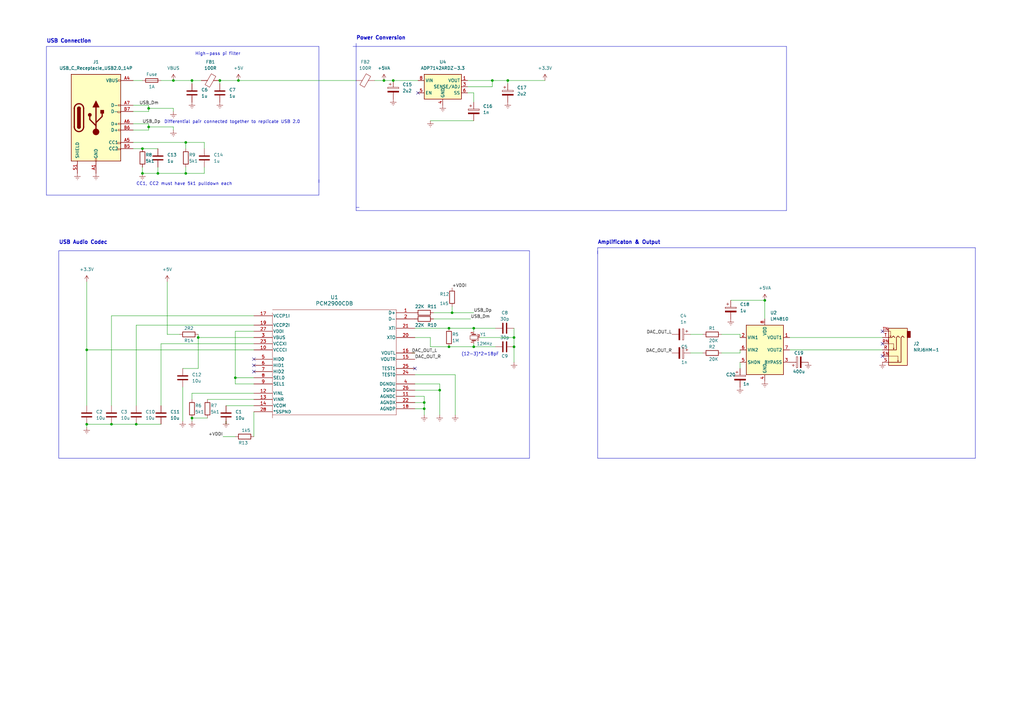
<source format=kicad_sch>
(kicad_sch (version 20230121) (generator eeschema)

  (uuid 74e67528-00aa-4944-8470-c19d6f9484fd)

  (paper "A3")

  (title_block
    (title "USB-C Headphone DACAMP")
    (date "12/02/2024")
    (rev "0.1")
  )

  (lib_symbols
    (symbol "Amplifier_Audio:LM4810" (in_bom yes) (on_board yes)
      (property "Reference" "U" (at -6.35 11.43 0)
        (effects (font (size 1.27 1.27)))
      )
      (property "Value" "LM4810" (at 5.08 11.43 0)
        (effects (font (size 1.27 1.27)))
      )
      (property "Footprint" "Package_SO:TSSOP-8_3x3mm_P0.65mm" (at 0 0 0)
        (effects (font (size 1.27 1.27) italic) hide)
      )
      (property "Datasheet" "http://www.ti.com/lit/ds/symlink/lm4810.pdf" (at 0 0 0)
        (effects (font (size 1.27 1.27)) hide)
      )
      (property "ki_keywords" "audio amplifier headphone" (at 0 0 0)
        (effects (font (size 1.27 1.27)) hide)
      )
      (property "ki_description" "Boomer Dual 105mW Headphone Amplifier with Active-High Shutdown Mode, VSSOP-8" (at 0 0 0)
        (effects (font (size 1.27 1.27)) hide)
      )
      (property "ki_fp_filters" "TSSOP*3x3mm*P0.65mm*" (at 0 0 0)
        (effects (font (size 1.27 1.27)) hide)
      )
      (symbol "LM4810_0_1"
        (rectangle (start -7.62 10.16) (end 7.62 -10.16)
          (stroke (width 0.254) (type default))
          (fill (type background))
        )
      )
      (symbol "LM4810_1_1"
        (pin output line (at 10.16 5.08 180) (length 2.54)
          (name "VOUT1" (effects (font (size 1.27 1.27))))
          (number "1" (effects (font (size 1.27 1.27))))
        )
        (pin input line (at -10.16 5.08 0) (length 2.54)
          (name "VIN1" (effects (font (size 1.27 1.27))))
          (number "2" (effects (font (size 1.27 1.27))))
        )
        (pin passive line (at 10.16 -5.08 180) (length 2.54)
          (name "BYPASS" (effects (font (size 1.27 1.27))))
          (number "3" (effects (font (size 1.27 1.27))))
        )
        (pin power_in line (at 0 -12.7 90) (length 2.54)
          (name "GND" (effects (font (size 1.27 1.27))))
          (number "4" (effects (font (size 1.27 1.27))))
        )
        (pin input line (at -10.16 -5.08 0) (length 2.54)
          (name "SHDN" (effects (font (size 1.27 1.27))))
          (number "5" (effects (font (size 1.27 1.27))))
        )
        (pin input line (at -10.16 0 0) (length 2.54)
          (name "VIN2" (effects (font (size 1.27 1.27))))
          (number "6" (effects (font (size 1.27 1.27))))
        )
        (pin output line (at 10.16 0 180) (length 2.54)
          (name "VOUT2" (effects (font (size 1.27 1.27))))
          (number "7" (effects (font (size 1.27 1.27))))
        )
        (pin power_in line (at 0 12.7 270) (length 2.54)
          (name "VDD" (effects (font (size 1.27 1.27))))
          (number "8" (effects (font (size 1.27 1.27))))
        )
      )
    )
    (symbol "Connector:USB_C_Receptacle_USB2.0_14P" (pin_names (offset 1.016)) (in_bom yes) (on_board yes)
      (property "Reference" "J1" (at 0 22.86 0)
        (effects (font (size 1.27 1.27)))
      )
      (property "Value" "USB_C_Receptacle_USB2.0_14P" (at 0 20.32 0)
        (effects (font (size 1.27 1.27)))
      )
      (property "Footprint" "" (at 3.81 0 0)
        (effects (font (size 1.27 1.27)) hide)
      )
      (property "Datasheet" "https://www.usb.org/sites/default/files/documents/usb_type-c.zip" (at -1.27 25.4 0)
        (effects (font (size 1.27 1.27)) hide)
      )
      (property "ki_keywords" "usb universal serial bus type-C USB2.0" (at 0 0 0)
        (effects (font (size 1.27 1.27)) hide)
      )
      (property "ki_description" "USB 2.0-only 14P Type-C Receptacle connector" (at 0 0 0)
        (effects (font (size 1.27 1.27)) hide)
      )
      (property "ki_fp_filters" "USB*C*Receptacle*" (at 0 0 0)
        (effects (font (size 1.27 1.27)) hide)
      )
      (symbol "USB_C_Receptacle_USB2.0_14P_0_0"
        (rectangle (start -0.254 -17.78) (end 0.254 -16.764)
          (stroke (width 0) (type default))
          (fill (type none))
        )
        (rectangle (start 8.89 -12.7) (end 9.906 -13.208)
          (stroke (width 0) (type default))
          (fill (type none))
        )
        (rectangle (start 8.89 -10.16) (end 9.906 -10.668)
          (stroke (width 0) (type default))
          (fill (type none))
        )
        (rectangle (start 8.89 2.54) (end 9.906 2.032)
          (stroke (width 0) (type default))
          (fill (type none))
        )
        (rectangle (start 10.16 -4.826) (end 9.144 -5.334)
          (stroke (width 0) (type default))
          (fill (type none))
        )
        (rectangle (start 10.16 -2.286) (end 9.144 -2.794)
          (stroke (width 0) (type default))
          (fill (type none))
        )
        (rectangle (start 10.16 5.334) (end 9.144 4.826)
          (stroke (width 0) (type default))
          (fill (type none))
        )
        (rectangle (start 10.16 15.494) (end 9.144 14.986)
          (stroke (width 0) (type default))
          (fill (type none))
        )
      )
      (symbol "USB_C_Receptacle_USB2.0_14P_0_1"
        (rectangle (start -10.16 17.78) (end 10.16 -17.78)
          (stroke (width 0.254) (type default))
          (fill (type background))
        )
        (arc (start -8.89 -3.81) (mid -6.985 -5.7067) (end -5.08 -3.81)
          (stroke (width 0.508) (type default))
          (fill (type none))
        )
        (arc (start -7.62 -3.81) (mid -6.985 -4.4423) (end -6.35 -3.81)
          (stroke (width 0.254) (type default))
          (fill (type none))
        )
        (arc (start -7.62 -3.81) (mid -6.985 -4.4423) (end -6.35 -3.81)
          (stroke (width 0.254) (type default))
          (fill (type outline))
        )
        (rectangle (start -7.62 -3.81) (end -6.35 3.81)
          (stroke (width 0.254) (type default))
          (fill (type outline))
        )
        (arc (start -6.35 3.81) (mid -6.985 4.4423) (end -7.62 3.81)
          (stroke (width 0.254) (type default))
          (fill (type none))
        )
        (arc (start -6.35 3.81) (mid -6.985 4.4423) (end -7.62 3.81)
          (stroke (width 0.254) (type default))
          (fill (type outline))
        )
        (arc (start -5.08 3.81) (mid -6.985 5.7067) (end -8.89 3.81)
          (stroke (width 0.508) (type default))
          (fill (type none))
        )
        (circle (center -2.54 1.143) (radius 0.635)
          (stroke (width 0.254) (type default))
          (fill (type outline))
        )
        (circle (center 0 -5.842) (radius 1.27)
          (stroke (width 0) (type default))
          (fill (type outline))
        )
        (polyline
          (pts
            (xy -8.89 -3.81)
            (xy -8.89 3.81)
          )
          (stroke (width 0.508) (type default))
          (fill (type none))
        )
        (polyline
          (pts
            (xy -5.08 3.81)
            (xy -5.08 -3.81)
          )
          (stroke (width 0.508) (type default))
          (fill (type none))
        )
        (polyline
          (pts
            (xy 0 -5.842)
            (xy 0 4.318)
          )
          (stroke (width 0.508) (type default))
          (fill (type none))
        )
        (polyline
          (pts
            (xy 0 -3.302)
            (xy -2.54 -0.762)
            (xy -2.54 0.508)
          )
          (stroke (width 0.508) (type default))
          (fill (type none))
        )
        (polyline
          (pts
            (xy 0 -2.032)
            (xy 2.54 0.508)
            (xy 2.54 1.778)
          )
          (stroke (width 0.508) (type default))
          (fill (type none))
        )
        (polyline
          (pts
            (xy -1.27 4.318)
            (xy 0 6.858)
            (xy 1.27 4.318)
            (xy -1.27 4.318)
          )
          (stroke (width 0.254) (type default))
          (fill (type outline))
        )
        (rectangle (start 1.905 1.778) (end 3.175 3.048)
          (stroke (width 0.254) (type default))
          (fill (type outline))
        )
      )
      (symbol "USB_C_Receptacle_USB2.0_14P_1_1"
        (pin passive line (at 0 -22.86 90) (length 5.08)
          (name "GND" (effects (font (size 1.27 1.27))))
          (number "A1" (effects (font (size 1.27 1.27))))
        )
        (pin passive line (at 0 -22.86 90) (length 5.08) hide
          (name "GND" (effects (font (size 1.27 1.27))))
          (number "A12" (effects (font (size 1.27 1.27))))
        )
        (pin passive line (at 15.24 15.24 180) (length 5.08)
          (name "VBUS" (effects (font (size 1.27 1.27))))
          (number "A4" (effects (font (size 1.27 1.27))))
        )
        (pin bidirectional line (at 15.24 -10.16 180) (length 5.08)
          (name "CC1" (effects (font (size 1.27 1.27))))
          (number "A5" (effects (font (size 1.27 1.27))))
        )
        (pin bidirectional line (at 15.24 -2.54 180) (length 5.08)
          (name "D+" (effects (font (size 1.27 1.27))))
          (number "A6" (effects (font (size 1.27 1.27))))
        )
        (pin bidirectional line (at 15.24 5.08 180) (length 5.08)
          (name "D-" (effects (font (size 1.27 1.27))))
          (number "A7" (effects (font (size 1.27 1.27))))
        )
        (pin passive line (at 15.24 15.24 180) (length 5.08) hide
          (name "VBUS" (effects (font (size 1.27 1.27))))
          (number "A9" (effects (font (size 1.27 1.27))))
        )
        (pin passive line (at 0 -22.86 90) (length 5.08) hide
          (name "GND" (effects (font (size 1.27 1.27))))
          (number "B1" (effects (font (size 1.27 1.27))))
        )
        (pin passive line (at 0 -22.86 90) (length 5.08) hide
          (name "GND" (effects (font (size 1.27 1.27))))
          (number "B12" (effects (font (size 1.27 1.27))))
        )
        (pin passive line (at 15.24 15.24 180) (length 5.08) hide
          (name "VBUS" (effects (font (size 1.27 1.27))))
          (number "B4" (effects (font (size 1.27 1.27))))
        )
        (pin bidirectional line (at 15.24 -12.7 180) (length 5.08)
          (name "CC2" (effects (font (size 1.27 1.27))))
          (number "B5" (effects (font (size 1.27 1.27))))
        )
        (pin bidirectional line (at 15.24 -5.08 180) (length 5.08)
          (name "D+" (effects (font (size 1.27 1.27))))
          (number "B6" (effects (font (size 1.27 1.27))))
        )
        (pin bidirectional line (at 15.24 2.54 180) (length 5.08)
          (name "D-" (effects (font (size 1.27 1.27))))
          (number "B7" (effects (font (size 1.27 1.27))))
        )
        (pin passive line (at 15.24 15.24 180) (length 5.08) hide
          (name "VBUS" (effects (font (size 1.27 1.27))))
          (number "B9" (effects (font (size 1.27 1.27))))
        )
        (pin passive line (at -7.62 -22.86 90) (length 5.08)
          (name "SHIELD" (effects (font (size 1.27 1.27))))
          (number "S1" (effects (font (size 1.27 1.27))))
        )
      )
    )
    (symbol "Connector_Audio:NRJ6HM-1" (in_bom yes) (on_board yes)
      (property "Reference" "J" (at 0 11.43 0)
        (effects (font (size 1.27 1.27)))
      )
      (property "Value" "NRJ6HM-1" (at 0 8.89 0)
        (effects (font (size 1.27 1.27)))
      )
      (property "Footprint" "Connector_Audio:Jack_6.35mm_Neutrik_NRJ6HM-1_Horizontal" (at 0 0 0)
        (effects (font (size 1.27 1.27)) hide)
      )
      (property "Datasheet" "https://www.neutrik.com/en/product/nrj6hm-1" (at 0 0 0)
        (effects (font (size 1.27 1.27)) hide)
      )
      (property "ki_keywords" "audio jack receptacle stereo headphones connector neutrik" (at 0 0 0)
        (effects (font (size 1.27 1.27)) hide)
      )
      (property "ki_description" "Slim Jacks, 6.35mm (1/4in) stereo jack, metal nose with efficient chassis ground connection, T+R+S normalling contact" (at 0 0 0)
        (effects (font (size 1.27 1.27)) hide)
      )
      (property "ki_fp_filters" "Jack*" (at 0 0 0)
        (effects (font (size 1.27 1.27)) hide)
      )
      (symbol "NRJ6HM-1_0_1"
        (rectangle (start -5.08 -5.08) (end -6.35 -7.62)
          (stroke (width 0.254) (type default))
          (fill (type outline))
        )
        (polyline
          (pts
            (xy -1.27 4.826)
            (xy -1.016 4.318)
          )
          (stroke (width 0) (type default))
          (fill (type none))
        )
        (polyline
          (pts
            (xy 0.508 -0.254)
            (xy 0.762 -0.762)
          )
          (stroke (width 0) (type default))
          (fill (type none))
        )
        (polyline
          (pts
            (xy 1.778 -5.334)
            (xy 2.032 -5.842)
          )
          (stroke (width 0) (type default))
          (fill (type none))
        )
        (polyline
          (pts
            (xy 0 -5.08)
            (xy 0.635 -5.715)
            (xy 1.27 -5.08)
            (xy 2.54 -5.08)
          )
          (stroke (width 0.254) (type default))
          (fill (type none))
        )
        (polyline
          (pts
            (xy 2.54 -7.62)
            (xy 1.778 -7.62)
            (xy 1.778 -5.334)
            (xy 1.524 -5.842)
          )
          (stroke (width 0) (type default))
          (fill (type none))
        )
        (polyline
          (pts
            (xy 2.54 -2.54)
            (xy 0.508 -2.54)
            (xy 0.508 -0.254)
            (xy 0.254 -0.762)
          )
          (stroke (width 0) (type default))
          (fill (type none))
        )
        (polyline
          (pts
            (xy 2.54 2.54)
            (xy -1.27 2.54)
            (xy -1.27 4.826)
            (xy -1.524 4.318)
          )
          (stroke (width 0) (type default))
          (fill (type none))
        )
        (polyline
          (pts
            (xy -1.905 -5.08)
            (xy -1.27 -5.715)
            (xy -0.635 -5.08)
            (xy -0.635 0)
            (xy 2.54 0)
          )
          (stroke (width 0.254) (type default))
          (fill (type none))
        )
        (polyline
          (pts
            (xy 2.54 5.08)
            (xy -2.54 5.08)
            (xy -2.54 -5.08)
            (xy -3.175 -5.715)
            (xy -3.81 -5.08)
          )
          (stroke (width 0.254) (type default))
          (fill (type none))
        )
        (rectangle (start 2.54 6.35) (end -5.08 -8.89)
          (stroke (width 0.254) (type default))
          (fill (type background))
        )
      )
      (symbol "NRJ6HM-1_1_1"
        (pin passive line (at 5.08 0 180) (length 2.54)
          (name "~" (effects (font (size 1.27 1.27))))
          (number "R" (effects (font (size 1.27 1.27))))
        )
        (pin passive line (at 5.08 -2.54 180) (length 2.54)
          (name "~" (effects (font (size 1.27 1.27))))
          (number "RN" (effects (font (size 1.27 1.27))))
        )
        (pin passive line (at 5.08 5.08 180) (length 2.54)
          (name "~" (effects (font (size 1.27 1.27))))
          (number "S" (effects (font (size 1.27 1.27))))
        )
        (pin passive line (at 5.08 2.54 180) (length 2.54)
          (name "~" (effects (font (size 1.27 1.27))))
          (number "SN" (effects (font (size 1.27 1.27))))
        )
        (pin passive line (at 5.08 -5.08 180) (length 2.54)
          (name "~" (effects (font (size 1.27 1.27))))
          (number "T" (effects (font (size 1.27 1.27))))
        )
        (pin passive line (at 5.08 -7.62 180) (length 2.54)
          (name "~" (effects (font (size 1.27 1.27))))
          (number "TN" (effects (font (size 1.27 1.27))))
        )
      )
    )
    (symbol "Device:C" (pin_numbers hide) (pin_names (offset 0.254)) (in_bom yes) (on_board yes)
      (property "Reference" "C" (at 0.635 2.54 0)
        (effects (font (size 1.27 1.27)) (justify left))
      )
      (property "Value" "C" (at 0.635 -2.54 0)
        (effects (font (size 1.27 1.27)) (justify left))
      )
      (property "Footprint" "" (at 0.9652 -3.81 0)
        (effects (font (size 1.27 1.27)) hide)
      )
      (property "Datasheet" "~" (at 0 0 0)
        (effects (font (size 1.27 1.27)) hide)
      )
      (property "ki_keywords" "cap capacitor" (at 0 0 0)
        (effects (font (size 1.27 1.27)) hide)
      )
      (property "ki_description" "Unpolarized capacitor" (at 0 0 0)
        (effects (font (size 1.27 1.27)) hide)
      )
      (property "ki_fp_filters" "C_*" (at 0 0 0)
        (effects (font (size 1.27 1.27)) hide)
      )
      (symbol "C_0_1"
        (polyline
          (pts
            (xy -2.032 -0.762)
            (xy 2.032 -0.762)
          )
          (stroke (width 0.508) (type default))
          (fill (type none))
        )
        (polyline
          (pts
            (xy -2.032 0.762)
            (xy 2.032 0.762)
          )
          (stroke (width 0.508) (type default))
          (fill (type none))
        )
      )
      (symbol "C_1_1"
        (pin passive line (at 0 3.81 270) (length 2.794)
          (name "~" (effects (font (size 1.27 1.27))))
          (number "1" (effects (font (size 1.27 1.27))))
        )
        (pin passive line (at 0 -3.81 90) (length 2.794)
          (name "~" (effects (font (size 1.27 1.27))))
          (number "2" (effects (font (size 1.27 1.27))))
        )
      )
    )
    (symbol "Device:C_Polarized" (pin_numbers hide) (pin_names (offset 0.254)) (in_bom yes) (on_board yes)
      (property "Reference" "C" (at 0.635 2.54 0)
        (effects (font (size 1.27 1.27)) (justify left))
      )
      (property "Value" "C_Polarized" (at 0.635 -2.54 0)
        (effects (font (size 1.27 1.27)) (justify left))
      )
      (property "Footprint" "" (at 0.9652 -3.81 0)
        (effects (font (size 1.27 1.27)) hide)
      )
      (property "Datasheet" "~" (at 0 0 0)
        (effects (font (size 1.27 1.27)) hide)
      )
      (property "ki_keywords" "cap capacitor" (at 0 0 0)
        (effects (font (size 1.27 1.27)) hide)
      )
      (property "ki_description" "Polarized capacitor" (at 0 0 0)
        (effects (font (size 1.27 1.27)) hide)
      )
      (property "ki_fp_filters" "CP_*" (at 0 0 0)
        (effects (font (size 1.27 1.27)) hide)
      )
      (symbol "C_Polarized_0_1"
        (rectangle (start -2.286 0.508) (end 2.286 1.016)
          (stroke (width 0) (type default))
          (fill (type none))
        )
        (polyline
          (pts
            (xy -1.778 2.286)
            (xy -0.762 2.286)
          )
          (stroke (width 0) (type default))
          (fill (type none))
        )
        (polyline
          (pts
            (xy -1.27 2.794)
            (xy -1.27 1.778)
          )
          (stroke (width 0) (type default))
          (fill (type none))
        )
        (rectangle (start 2.286 -0.508) (end -2.286 -1.016)
          (stroke (width 0) (type default))
          (fill (type outline))
        )
      )
      (symbol "C_Polarized_1_1"
        (pin passive line (at 0 3.81 270) (length 2.794)
          (name "~" (effects (font (size 1.27 1.27))))
          (number "1" (effects (font (size 1.27 1.27))))
        )
        (pin passive line (at 0 -3.81 90) (length 2.794)
          (name "~" (effects (font (size 1.27 1.27))))
          (number "2" (effects (font (size 1.27 1.27))))
        )
      )
    )
    (symbol "Device:Crystal_GND2_Small" (pin_names (offset 1.016) hide) (in_bom yes) (on_board yes)
      (property "Reference" "Y" (at 0 5.08 0)
        (effects (font (size 1.27 1.27)))
      )
      (property "Value" "Crystal_GND2_Small" (at 0 3.175 0)
        (effects (font (size 1.27 1.27)))
      )
      (property "Footprint" "" (at 0 0 0)
        (effects (font (size 1.27 1.27)) hide)
      )
      (property "Datasheet" "~" (at 0 0 0)
        (effects (font (size 1.27 1.27)) hide)
      )
      (property "ki_keywords" "quartz ceramic resonator oscillator" (at 0 0 0)
        (effects (font (size 1.27 1.27)) hide)
      )
      (property "ki_description" "Three pin crystal, GND on pin 2, small symbol" (at 0 0 0)
        (effects (font (size 1.27 1.27)) hide)
      )
      (property "ki_fp_filters" "Crystal*" (at 0 0 0)
        (effects (font (size 1.27 1.27)) hide)
      )
      (symbol "Crystal_GND2_Small_0_1"
        (rectangle (start -0.762 -1.524) (end 0.762 1.524)
          (stroke (width 0) (type default))
          (fill (type none))
        )
        (polyline
          (pts
            (xy -1.27 -0.762)
            (xy -1.27 0.762)
          )
          (stroke (width 0.381) (type default))
          (fill (type none))
        )
        (polyline
          (pts
            (xy 1.27 -0.762)
            (xy 1.27 0.762)
          )
          (stroke (width 0.381) (type default))
          (fill (type none))
        )
        (polyline
          (pts
            (xy -1.27 -1.27)
            (xy -1.27 -1.905)
            (xy 1.27 -1.905)
            (xy 1.27 -1.27)
          )
          (stroke (width 0) (type default))
          (fill (type none))
        )
      )
      (symbol "Crystal_GND2_Small_1_1"
        (pin passive line (at -2.54 0 0) (length 1.27)
          (name "1" (effects (font (size 1.27 1.27))))
          (number "1" (effects (font (size 0.762 0.762))))
        )
        (pin passive line (at 0 -2.54 90) (length 0.635)
          (name "2" (effects (font (size 1.27 1.27))))
          (number "2" (effects (font (size 0.762 0.762))))
        )
        (pin passive line (at 2.54 0 180) (length 1.27)
          (name "3" (effects (font (size 1.27 1.27))))
          (number "3" (effects (font (size 0.762 0.762))))
        )
      )
    )
    (symbol "Device:FerriteBead" (pin_numbers hide) (pin_names (offset 0)) (in_bom yes) (on_board yes)
      (property "Reference" "FB" (at -3.81 0.635 90)
        (effects (font (size 1.27 1.27)))
      )
      (property "Value" "FerriteBead" (at 3.81 0 90)
        (effects (font (size 1.27 1.27)))
      )
      (property "Footprint" "" (at -1.778 0 90)
        (effects (font (size 1.27 1.27)) hide)
      )
      (property "Datasheet" "~" (at 0 0 0)
        (effects (font (size 1.27 1.27)) hide)
      )
      (property "ki_keywords" "L ferrite bead inductor filter" (at 0 0 0)
        (effects (font (size 1.27 1.27)) hide)
      )
      (property "ki_description" "Ferrite bead" (at 0 0 0)
        (effects (font (size 1.27 1.27)) hide)
      )
      (property "ki_fp_filters" "Inductor_* L_* *Ferrite*" (at 0 0 0)
        (effects (font (size 1.27 1.27)) hide)
      )
      (symbol "FerriteBead_0_1"
        (polyline
          (pts
            (xy 0 -1.27)
            (xy 0 -1.2192)
          )
          (stroke (width 0) (type default))
          (fill (type none))
        )
        (polyline
          (pts
            (xy 0 1.27)
            (xy 0 1.2954)
          )
          (stroke (width 0) (type default))
          (fill (type none))
        )
        (polyline
          (pts
            (xy -2.7686 0.4064)
            (xy -1.7018 2.2606)
            (xy 2.7686 -0.3048)
            (xy 1.6764 -2.159)
            (xy -2.7686 0.4064)
          )
          (stroke (width 0) (type default))
          (fill (type none))
        )
      )
      (symbol "FerriteBead_1_1"
        (pin passive line (at 0 3.81 270) (length 2.54)
          (name "~" (effects (font (size 1.27 1.27))))
          (number "1" (effects (font (size 1.27 1.27))))
        )
        (pin passive line (at 0 -3.81 90) (length 2.54)
          (name "~" (effects (font (size 1.27 1.27))))
          (number "2" (effects (font (size 1.27 1.27))))
        )
      )
    )
    (symbol "Device:Fuse" (pin_numbers hide) (pin_names (offset 0)) (in_bom yes) (on_board yes)
      (property "Reference" "F" (at 2.032 0 90)
        (effects (font (size 1.27 1.27)))
      )
      (property "Value" "Fuse" (at -1.905 0 90)
        (effects (font (size 1.27 1.27)))
      )
      (property "Footprint" "" (at -1.778 0 90)
        (effects (font (size 1.27 1.27)) hide)
      )
      (property "Datasheet" "~" (at 0 0 0)
        (effects (font (size 1.27 1.27)) hide)
      )
      (property "ki_keywords" "fuse" (at 0 0 0)
        (effects (font (size 1.27 1.27)) hide)
      )
      (property "ki_description" "Fuse" (at 0 0 0)
        (effects (font (size 1.27 1.27)) hide)
      )
      (property "ki_fp_filters" "*Fuse*" (at 0 0 0)
        (effects (font (size 1.27 1.27)) hide)
      )
      (symbol "Fuse_0_1"
        (rectangle (start -0.762 -2.54) (end 0.762 2.54)
          (stroke (width 0.254) (type default))
          (fill (type none))
        )
        (polyline
          (pts
            (xy 0 2.54)
            (xy 0 -2.54)
          )
          (stroke (width 0) (type default))
          (fill (type none))
        )
      )
      (symbol "Fuse_1_1"
        (pin passive line (at 0 3.81 270) (length 1.27)
          (name "~" (effects (font (size 1.27 1.27))))
          (number "1" (effects (font (size 1.27 1.27))))
        )
        (pin passive line (at 0 -3.81 90) (length 1.27)
          (name "~" (effects (font (size 1.27 1.27))))
          (number "2" (effects (font (size 1.27 1.27))))
        )
      )
    )
    (symbol "Device:R" (pin_numbers hide) (pin_names (offset 0)) (in_bom yes) (on_board yes)
      (property "Reference" "R" (at 2.032 0 90)
        (effects (font (size 1.27 1.27)))
      )
      (property "Value" "R" (at 0 0 90)
        (effects (font (size 1.27 1.27)))
      )
      (property "Footprint" "" (at -1.778 0 90)
        (effects (font (size 1.27 1.27)) hide)
      )
      (property "Datasheet" "~" (at 0 0 0)
        (effects (font (size 1.27 1.27)) hide)
      )
      (property "ki_keywords" "R res resistor" (at 0 0 0)
        (effects (font (size 1.27 1.27)) hide)
      )
      (property "ki_description" "Resistor" (at 0 0 0)
        (effects (font (size 1.27 1.27)) hide)
      )
      (property "ki_fp_filters" "R_*" (at 0 0 0)
        (effects (font (size 1.27 1.27)) hide)
      )
      (symbol "R_0_1"
        (rectangle (start -1.016 -2.54) (end 1.016 2.54)
          (stroke (width 0.254) (type default))
          (fill (type none))
        )
      )
      (symbol "R_1_1"
        (pin passive line (at 0 3.81 270) (length 1.27)
          (name "~" (effects (font (size 1.27 1.27))))
          (number "1" (effects (font (size 1.27 1.27))))
        )
        (pin passive line (at 0 -3.81 90) (length 1.27)
          (name "~" (effects (font (size 1.27 1.27))))
          (number "2" (effects (font (size 1.27 1.27))))
        )
      )
    )
    (symbol "PCM2900C:PCM2900CDB" (pin_names (offset 0.254)) (in_bom yes) (on_board yes)
      (property "Reference" "U1" (at 33.02 10.16 0)
        (effects (font (size 1.524 1.524)))
      )
      (property "Value" "PCM2900CDB" (at 33.02 7.62 0)
        (effects (font (size 1.524 1.524)))
      )
      (property "Footprint" "DB28" (at 0 0 0)
        (effects (font (size 1.27 1.27) italic) hide)
      )
      (property "Datasheet" "PCM2900CDB" (at 16.51 6.35 0)
        (effects (font (size 1.27 1.27) italic) hide)
      )
      (property "ki_locked" "" (at 0 0 0)
        (effects (font (size 1.27 1.27)))
      )
      (property "ki_keywords" "PCM2900CDB" (at 0 0 0)
        (effects (font (size 1.27 1.27)) hide)
      )
      (property "ki_fp_filters" "DB28 DB28-M DB28-L" (at 0 0 0)
        (effects (font (size 1.27 1.27)) hide)
      )
      (symbol "PCM2900CDB_0_1"
        (polyline
          (pts
            (xy 7.62 -38.1)
            (xy 58.42 -38.1)
          )
          (stroke (width 0.127) (type default))
          (fill (type none))
        )
        (polyline
          (pts
            (xy 7.62 3.81)
            (xy 7.62 -39.37)
          )
          (stroke (width 0.127) (type default))
          (fill (type none))
        )
        (polyline
          (pts
            (xy 58.42 -38.1)
            (xy 58.42 5.08)
          )
          (stroke (width 0.127) (type default))
          (fill (type none))
        )
        (polyline
          (pts
            (xy 58.42 5.08)
            (xy 7.62 5.08)
          )
          (stroke (width 0.127) (type default))
          (fill (type none))
        )
        (pin bidirectional line (at 66.04 3.81 180) (length 7.62)
          (name "D+" (effects (font (size 1.27 1.27))))
          (number "1" (effects (font (size 1.27 1.27))))
        )
        (pin power_in line (at 0 -11.43 0) (length 7.62)
          (name "VCCCI" (effects (font (size 1.27 1.27))))
          (number "10" (effects (font (size 1.27 1.27))))
        )
        (pin power_in line (at 66.04 -30.48 180) (length 7.62)
          (name "AGNDC" (effects (font (size 1.27 1.27))))
          (number "11" (effects (font (size 1.27 1.27))))
        )
        (pin input line (at 0 -29.21 0) (length 7.62)
          (name "VINL" (effects (font (size 1.27 1.27))))
          (number "12" (effects (font (size 1.27 1.27))))
        )
        (pin input line (at 0 -31.75 0) (length 7.62)
          (name "VINR" (effects (font (size 1.27 1.27))))
          (number "13" (effects (font (size 1.27 1.27))))
        )
        (pin power_in line (at 0 -34.29 0) (length 7.62)
          (name "VCOM" (effects (font (size 1.27 1.27))))
          (number "14" (effects (font (size 1.27 1.27))))
        )
        (pin output line (at 66.04 -15.24 180) (length 7.62)
          (name "VOUTR" (effects (font (size 1.27 1.27))))
          (number "15" (effects (font (size 1.27 1.27))))
        )
        (pin output line (at 66.04 -12.7 180) (length 7.62)
          (name "VOUTL" (effects (font (size 1.27 1.27))))
          (number "16" (effects (font (size 1.27 1.27))))
        )
        (pin power_in line (at 0 2.54 0) (length 7.62)
          (name "VCCP1I" (effects (font (size 1.27 1.27))))
          (number "17" (effects (font (size 1.27 1.27))))
        )
        (pin power_in line (at 66.04 -35.56 180) (length 7.62)
          (name "AGNDP" (effects (font (size 1.27 1.27))))
          (number "18" (effects (font (size 1.27 1.27))))
        )
        (pin power_in line (at 0 -1.27 0) (length 7.62)
          (name "VCCP2I" (effects (font (size 1.27 1.27))))
          (number "19" (effects (font (size 1.27 1.27))))
        )
        (pin bidirectional line (at 66.04 1.27 180) (length 7.62)
          (name "D-" (effects (font (size 1.27 1.27))))
          (number "2" (effects (font (size 1.27 1.27))))
        )
        (pin output line (at 66.04 -6.35 180) (length 7.62)
          (name "XTO" (effects (font (size 1.27 1.27))))
          (number "20" (effects (font (size 1.27 1.27))))
        )
        (pin input line (at 66.04 -2.54 180) (length 7.62)
          (name "XTI" (effects (font (size 1.27 1.27))))
          (number "21" (effects (font (size 1.27 1.27))))
        )
        (pin power_in line (at 66.04 -33.02 180) (length 7.62)
          (name "AGNDX" (effects (font (size 1.27 1.27))))
          (number "22" (effects (font (size 1.27 1.27))))
        )
        (pin power_in line (at 0 -8.89 0) (length 7.62)
          (name "VCCXI" (effects (font (size 1.27 1.27))))
          (number "23" (effects (font (size 1.27 1.27))))
        )
        (pin input line (at 66.04 -21.59 180) (length 7.62)
          (name "TEST0" (effects (font (size 1.27 1.27))))
          (number "24" (effects (font (size 1.27 1.27))))
        )
        (pin output line (at 66.04 -19.05 180) (length 7.62)
          (name "TEST1" (effects (font (size 1.27 1.27))))
          (number "25" (effects (font (size 1.27 1.27))))
        )
        (pin power_in line (at 66.04 -27.94 180) (length 7.62)
          (name "DGND" (effects (font (size 1.27 1.27))))
          (number "26" (effects (font (size 1.27 1.27))))
        )
        (pin power_in line (at 0 -3.81 0) (length 7.62)
          (name "VDDI" (effects (font (size 1.27 1.27))))
          (number "27" (effects (font (size 1.27 1.27))))
        )
        (pin output line (at 0 -36.83 0) (length 7.62)
          (name "*SSPND" (effects (font (size 1.27 1.27))))
          (number "28" (effects (font (size 1.27 1.27))))
        )
        (pin power_in line (at 0 -6.35 0) (length 7.62)
          (name "VBUS" (effects (font (size 1.27 1.27))))
          (number "3" (effects (font (size 1.27 1.27))))
        )
        (pin power_in line (at 66.04 -25.4 180) (length 7.62)
          (name "DGNDU" (effects (font (size 1.27 1.27))))
          (number "4" (effects (font (size 1.27 1.27))))
        )
        (pin input line (at 0 -15.24 0) (length 7.62)
          (name "HID0" (effects (font (size 1.27 1.27))))
          (number "5" (effects (font (size 1.27 1.27))))
        )
        (pin input line (at 0 -17.78 0) (length 7.62)
          (name "HID1" (effects (font (size 1.27 1.27))))
          (number "6" (effects (font (size 1.27 1.27))))
        )
        (pin input line (at 0 -20.32 0) (length 7.62)
          (name "HID2" (effects (font (size 1.27 1.27))))
          (number "7" (effects (font (size 1.27 1.27))))
        )
        (pin input line (at 0 -22.86 0) (length 7.62)
          (name "SEL0" (effects (font (size 1.27 1.27))))
          (number "8" (effects (font (size 1.27 1.27))))
        )
        (pin input line (at 0 -25.4 0) (length 7.62)
          (name "SEL1" (effects (font (size 1.27 1.27))))
          (number "9" (effects (font (size 1.27 1.27))))
        )
      )
    )
    (symbol "Regulator_Linear:ADP7142ARDZ-3.3" (in_bom yes) (on_board yes)
      (property "Reference" "U" (at 0 8.89 0)
        (effects (font (size 1.27 1.27)) (justify top))
      )
      (property "Value" "ADP7142ARDZ-3.3" (at 0 6.35 0)
        (effects (font (size 1.27 1.27)))
      )
      (property "Footprint" "Package_SO:SOIC-8-1EP_3.9x4.9mm_P1.27mm_EP2.29x3mm" (at 0 -10.16 0)
        (effects (font (size 1.27 1.27) italic) hide)
      )
      (property "Datasheet" "https://www.analog.com/media/en/technical-documentation/data-sheets/ADP7142.pdf" (at 0 -12.7 0)
        (effects (font (size 1.27 1.27)) hide)
      )
      (property "ki_keywords" "linear regulator ldo fixed positive" (at 0 0 0)
        (effects (font (size 1.27 1.27)) hide)
      )
      (property "ki_description" "200mA, Low Noise, CMOS Low Dropout Regulator, Positive, 3.3V Fixed Output, SOIC-8" (at 0 0 0)
        (effects (font (size 1.27 1.27)) hide)
      )
      (property "ki_fp_filters" "SOIC*1EP*3.9x4.9mm*P1.27mm*" (at 0 0 0)
        (effects (font (size 1.27 1.27)) hide)
      )
      (symbol "ADP7142ARDZ-3.3_0_1"
        (rectangle (start -7.62 5.08) (end 7.62 -5.08)
          (stroke (width 0.254) (type default))
          (fill (type background))
        )
      )
      (symbol "ADP7142ARDZ-3.3_1_1"
        (pin power_out line (at 10.16 2.54 180) (length 2.54)
          (name "VOUT" (effects (font (size 1.27 1.27))))
          (number "1" (effects (font (size 1.27 1.27))))
        )
        (pin passive line (at 10.16 2.54 180) (length 2.54) hide
          (name "VOUT" (effects (font (size 1.27 1.27))))
          (number "2" (effects (font (size 1.27 1.27))))
        )
        (pin input line (at 10.16 0 180) (length 2.54)
          (name "SENSE/ADJ" (effects (font (size 1.27 1.27))))
          (number "3" (effects (font (size 1.27 1.27))))
        )
        (pin power_in line (at 0 -7.62 90) (length 2.54)
          (name "GND" (effects (font (size 1.27 1.27))))
          (number "4" (effects (font (size 1.27 1.27))))
        )
        (pin input line (at -10.16 -2.54 0) (length 2.54)
          (name "EN" (effects (font (size 1.27 1.27))))
          (number "5" (effects (font (size 1.27 1.27))))
        )
        (pin passive line (at 10.16 -2.54 180) (length 2.54)
          (name "SS" (effects (font (size 1.27 1.27))))
          (number "6" (effects (font (size 1.27 1.27))))
        )
        (pin passive line (at -10.16 2.54 0) (length 2.54) hide
          (name "VIN" (effects (font (size 1.27 1.27))))
          (number "7" (effects (font (size 1.27 1.27))))
        )
        (pin power_in line (at -10.16 2.54 0) (length 2.54)
          (name "VIN" (effects (font (size 1.27 1.27))))
          (number "8" (effects (font (size 1.27 1.27))))
        )
        (pin passive line (at 0 -7.62 90) (length 2.54) hide
          (name "GND" (effects (font (size 1.27 1.27))))
          (number "9" (effects (font (size 1.27 1.27))))
        )
      )
    )
    (symbol "power:+3.3V" (power) (pin_names (offset 0)) (in_bom yes) (on_board yes)
      (property "Reference" "#PWR" (at 0 -3.81 0)
        (effects (font (size 1.27 1.27)) hide)
      )
      (property "Value" "+3.3V" (at 0 3.556 0)
        (effects (font (size 1.27 1.27)))
      )
      (property "Footprint" "" (at 0 0 0)
        (effects (font (size 1.27 1.27)) hide)
      )
      (property "Datasheet" "" (at 0 0 0)
        (effects (font (size 1.27 1.27)) hide)
      )
      (property "ki_keywords" "global power" (at 0 0 0)
        (effects (font (size 1.27 1.27)) hide)
      )
      (property "ki_description" "Power symbol creates a global label with name \"+3.3V\"" (at 0 0 0)
        (effects (font (size 1.27 1.27)) hide)
      )
      (symbol "+3.3V_0_1"
        (polyline
          (pts
            (xy -0.762 1.27)
            (xy 0 2.54)
          )
          (stroke (width 0) (type default))
          (fill (type none))
        )
        (polyline
          (pts
            (xy 0 0)
            (xy 0 2.54)
          )
          (stroke (width 0) (type default))
          (fill (type none))
        )
        (polyline
          (pts
            (xy 0 2.54)
            (xy 0.762 1.27)
          )
          (stroke (width 0) (type default))
          (fill (type none))
        )
      )
      (symbol "+3.3V_1_1"
        (pin power_in line (at 0 0 90) (length 0) hide
          (name "+3.3V" (effects (font (size 1.27 1.27))))
          (number "1" (effects (font (size 1.27 1.27))))
        )
      )
    )
    (symbol "power:+5V" (power) (pin_names (offset 0)) (in_bom yes) (on_board yes)
      (property "Reference" "#PWR" (at 0 -3.81 0)
        (effects (font (size 1.27 1.27)) hide)
      )
      (property "Value" "+5V" (at 0 3.556 0)
        (effects (font (size 1.27 1.27)))
      )
      (property "Footprint" "" (at 0 0 0)
        (effects (font (size 1.27 1.27)) hide)
      )
      (property "Datasheet" "" (at 0 0 0)
        (effects (font (size 1.27 1.27)) hide)
      )
      (property "ki_keywords" "global power" (at 0 0 0)
        (effects (font (size 1.27 1.27)) hide)
      )
      (property "ki_description" "Power symbol creates a global label with name \"+5V\"" (at 0 0 0)
        (effects (font (size 1.27 1.27)) hide)
      )
      (symbol "+5V_0_1"
        (polyline
          (pts
            (xy -0.762 1.27)
            (xy 0 2.54)
          )
          (stroke (width 0) (type default))
          (fill (type none))
        )
        (polyline
          (pts
            (xy 0 0)
            (xy 0 2.54)
          )
          (stroke (width 0) (type default))
          (fill (type none))
        )
        (polyline
          (pts
            (xy 0 2.54)
            (xy 0.762 1.27)
          )
          (stroke (width 0) (type default))
          (fill (type none))
        )
      )
      (symbol "+5V_1_1"
        (pin power_in line (at 0 0 90) (length 0) hide
          (name "+5V" (effects (font (size 1.27 1.27))))
          (number "1" (effects (font (size 1.27 1.27))))
        )
      )
    )
    (symbol "power:+5VA" (power) (pin_names (offset 0)) (in_bom yes) (on_board yes)
      (property "Reference" "#PWR" (at 0 -3.81 0)
        (effects (font (size 1.27 1.27)) hide)
      )
      (property "Value" "+5VA" (at 0 3.556 0)
        (effects (font (size 1.27 1.27)))
      )
      (property "Footprint" "" (at 0 0 0)
        (effects (font (size 1.27 1.27)) hide)
      )
      (property "Datasheet" "" (at 0 0 0)
        (effects (font (size 1.27 1.27)) hide)
      )
      (property "ki_keywords" "global power" (at 0 0 0)
        (effects (font (size 1.27 1.27)) hide)
      )
      (property "ki_description" "Power symbol creates a global label with name \"+5VA\"" (at 0 0 0)
        (effects (font (size 1.27 1.27)) hide)
      )
      (symbol "+5VA_0_1"
        (polyline
          (pts
            (xy -0.762 1.27)
            (xy 0 2.54)
          )
          (stroke (width 0) (type default))
          (fill (type none))
        )
        (polyline
          (pts
            (xy 0 0)
            (xy 0 2.54)
          )
          (stroke (width 0) (type default))
          (fill (type none))
        )
        (polyline
          (pts
            (xy 0 2.54)
            (xy 0.762 1.27)
          )
          (stroke (width 0) (type default))
          (fill (type none))
        )
      )
      (symbol "+5VA_1_1"
        (pin power_in line (at 0 0 90) (length 0) hide
          (name "+5VA" (effects (font (size 1.27 1.27))))
          (number "1" (effects (font (size 1.27 1.27))))
        )
      )
    )
    (symbol "power:Earth" (power) (pin_names (offset 0)) (in_bom yes) (on_board yes)
      (property "Reference" "#PWR" (at 0 -6.35 0)
        (effects (font (size 1.27 1.27)) hide)
      )
      (property "Value" "Earth" (at 0 -3.81 0)
        (effects (font (size 1.27 1.27)) hide)
      )
      (property "Footprint" "" (at 0 0 0)
        (effects (font (size 1.27 1.27)) hide)
      )
      (property "Datasheet" "~" (at 0 0 0)
        (effects (font (size 1.27 1.27)) hide)
      )
      (property "ki_keywords" "global ground gnd" (at 0 0 0)
        (effects (font (size 1.27 1.27)) hide)
      )
      (property "ki_description" "Power symbol creates a global label with name \"Earth\"" (at 0 0 0)
        (effects (font (size 1.27 1.27)) hide)
      )
      (symbol "Earth_0_1"
        (polyline
          (pts
            (xy -0.635 -1.905)
            (xy 0.635 -1.905)
          )
          (stroke (width 0) (type default))
          (fill (type none))
        )
        (polyline
          (pts
            (xy -0.127 -2.54)
            (xy 0.127 -2.54)
          )
          (stroke (width 0) (type default))
          (fill (type none))
        )
        (polyline
          (pts
            (xy 0 -1.27)
            (xy 0 0)
          )
          (stroke (width 0) (type default))
          (fill (type none))
        )
        (polyline
          (pts
            (xy 1.27 -1.27)
            (xy -1.27 -1.27)
          )
          (stroke (width 0) (type default))
          (fill (type none))
        )
      )
      (symbol "Earth_1_1"
        (pin power_in line (at 0 0 270) (length 0) hide
          (name "Earth" (effects (font (size 1.27 1.27))))
          (number "1" (effects (font (size 1.27 1.27))))
        )
      )
    )
    (symbol "power:VBUS" (power) (pin_names (offset 0)) (in_bom yes) (on_board yes)
      (property "Reference" "#PWR" (at 0 -3.81 0)
        (effects (font (size 1.27 1.27)) hide)
      )
      (property "Value" "VBUS" (at 0 3.81 0)
        (effects (font (size 1.27 1.27)))
      )
      (property "Footprint" "" (at 0 0 0)
        (effects (font (size 1.27 1.27)) hide)
      )
      (property "Datasheet" "" (at 0 0 0)
        (effects (font (size 1.27 1.27)) hide)
      )
      (property "ki_keywords" "global power" (at 0 0 0)
        (effects (font (size 1.27 1.27)) hide)
      )
      (property "ki_description" "Power symbol creates a global label with name \"VBUS\"" (at 0 0 0)
        (effects (font (size 1.27 1.27)) hide)
      )
      (symbol "VBUS_0_1"
        (polyline
          (pts
            (xy -0.762 1.27)
            (xy 0 2.54)
          )
          (stroke (width 0) (type default))
          (fill (type none))
        )
        (polyline
          (pts
            (xy 0 0)
            (xy 0 2.54)
          )
          (stroke (width 0) (type default))
          (fill (type none))
        )
        (polyline
          (pts
            (xy 0 2.54)
            (xy 0.762 1.27)
          )
          (stroke (width 0) (type default))
          (fill (type none))
        )
      )
      (symbol "VBUS_1_1"
        (pin power_in line (at 0 0 90) (length 0) hide
          (name "VBUS" (effects (font (size 1.27 1.27))))
          (number "1" (effects (font (size 1.27 1.27))))
        )
      )
    )
  )

  (junction (at 210.82 142.24) (diameter 0) (color 0 0 0 0)
    (uuid 046f0e39-0493-4563-939f-1c3c67152734)
  )
  (junction (at 78.74 171.45) (diameter 0) (color 0 0 0 0)
    (uuid 06e7656c-9fc0-49f3-addf-d5765d08513e)
  )
  (junction (at 180.34 160.02) (diameter 0) (color 0 0 0 0)
    (uuid 09916128-310a-446e-98c1-3190fa25b618)
  )
  (junction (at 173.99 167.64) (diameter 0) (color 0 0 0 0)
    (uuid 1b99b0cc-bf6a-421c-b22a-19744070b0cf)
  )
  (junction (at 201.93 33.02) (diameter 0) (color 0 0 0 0)
    (uuid 29f030a4-4b3f-4892-b0c7-47e2dc44d269)
  )
  (junction (at 58.42 71.12) (diameter 0) (color 0 0 0 0)
    (uuid 2b029769-0a7c-4303-94e0-a197a2a64d46)
  )
  (junction (at 81.28 138.43) (diameter 0) (color 0 0 0 0)
    (uuid 2dbf1f26-5691-47ef-9cbe-0a9ae76304e2)
  )
  (junction (at 60.96 44.45) (diameter 0) (color 0 0 0 0)
    (uuid 4dbb79be-55c3-4d21-a15a-512aae990b5a)
  )
  (junction (at 58.42 60.96) (diameter 0) (color 0 0 0 0)
    (uuid 4e202518-6d34-4a2f-a982-575c4982a2b5)
  )
  (junction (at 60.96 52.07) (diameter 0) (color 0 0 0 0)
    (uuid 4e651a54-85c0-4680-9e3e-aef98d05b41c)
  )
  (junction (at 97.79 33.02) (diameter 0) (color 0 0 0 0)
    (uuid 507538d0-95d4-4662-9b86-db679af8c385)
  )
  (junction (at 173.99 165.1) (diameter 0) (color 0 0 0 0)
    (uuid 50b931b1-15a3-4e7a-b8a6-744d08ce7fc2)
  )
  (junction (at 157.48 33.02) (diameter 0) (color 0 0 0 0)
    (uuid 522c62b2-403b-463b-b5c0-dac8062fa4e9)
  )
  (junction (at 64.77 71.12) (diameter 0) (color 0 0 0 0)
    (uuid 554a4906-01b1-4d52-9c9a-347c6ee996c3)
  )
  (junction (at 71.12 33.02) (diameter 0) (color 0 0 0 0)
    (uuid 596bd291-d704-40b8-86d9-4ed388918482)
  )
  (junction (at 194.31 142.24) (diameter 0) (color 0 0 0 0)
    (uuid 6b432db0-f156-4548-a66d-30c514ada4fd)
  )
  (junction (at 35.56 143.51) (diameter 0) (color 0 0 0 0)
    (uuid 74f0c20a-2948-4394-affb-7c10de9b2539)
  )
  (junction (at 208.28 33.02) (diameter 0) (color 0 0 0 0)
    (uuid 792dabb2-bd81-4862-820b-01fd6d7fc0b6)
  )
  (junction (at 45.72 173.99) (diameter 0) (color 0 0 0 0)
    (uuid 7c9e598f-4414-44cb-9f11-aa20595b7ca6)
  )
  (junction (at 194.31 134.62) (diameter 0) (color 0 0 0 0)
    (uuid 7d0d7031-2bd5-413b-8114-3d78e8218ff0)
  )
  (junction (at 313.69 123.19) (diameter 0) (color 0 0 0 0)
    (uuid 892a320a-870f-4ee8-8ec6-833ac9681410)
  )
  (junction (at 185.42 128.27) (diameter 0) (color 0 0 0 0)
    (uuid 982ea967-d00f-4117-9129-fedd97e23302)
  )
  (junction (at 184.15 134.62) (diameter 0) (color 0 0 0 0)
    (uuid a86e9c54-2a3e-4cf2-963c-6f2725b6b52d)
  )
  (junction (at 96.52 154.94) (diameter 0) (color 0 0 0 0)
    (uuid a90b3a12-0e99-4e1b-a292-d0c096cd51b0)
  )
  (junction (at 161.29 33.02) (diameter 0) (color 0 0 0 0)
    (uuid af27ef58-d54c-4990-b4e7-0edaef1c3075)
  )
  (junction (at 90.17 33.02) (diameter 0) (color 0 0 0 0)
    (uuid c95bb7a4-61cf-473f-abbb-b619315c3e35)
  )
  (junction (at 210.82 138.43) (diameter 0) (color 0 0 0 0)
    (uuid cc149877-b0f0-41d5-8474-438ef1502979)
  )
  (junction (at 35.56 173.99) (diameter 0) (color 0 0 0 0)
    (uuid e209dc46-82c0-4135-8db9-cbbfa7a62f4c)
  )
  (junction (at 55.88 173.99) (diameter 0) (color 0 0 0 0)
    (uuid eaf26a22-7975-4a8f-9bc5-001dd09ecfd9)
  )
  (junction (at 184.15 142.24) (diameter 0) (color 0 0 0 0)
    (uuid ecc43bbf-a658-406a-8181-a1bb70b3d92b)
  )
  (junction (at 78.74 33.02) (diameter 0) (color 0 0 0 0)
    (uuid edf4083b-57f9-4d79-a0cc-2233eed1445a)
  )
  (junction (at 76.2 71.12) (diameter 0) (color 0 0 0 0)
    (uuid f06a23f9-29df-4191-a32d-9de92d2501ab)
  )
  (junction (at 76.2 58.42) (diameter 0) (color 0 0 0 0)
    (uuid f9738ec7-fb1f-421e-bef0-79859a7bbfc9)
  )

  (no_connect (at 171.45 38.1) (uuid 0b83a1af-87f2-4a63-8d9d-bb8e5741bfd8))
  (no_connect (at 361.95 146.05) (uuid 2a7c41a7-6fff-49ef-9bdd-12b0a6e33c0f))
  (no_connect (at 361.95 135.89) (uuid 4958ca7d-47b7-4a20-a796-129a00c0cbf4))
  (no_connect (at 104.14 147.32) (uuid 4a43d138-254d-4384-abc2-1dad656b5c52))
  (no_connect (at 170.18 151.13) (uuid 5590cc01-9edb-48cb-af52-9af655d1a823))
  (no_connect (at 104.14 149.86) (uuid 8915b451-1c3f-4133-8454-9a1468d1154d))
  (no_connect (at 361.95 140.97) (uuid 99b17943-ea38-4439-b1fc-7b13d1d51007))
  (no_connect (at 104.14 152.4) (uuid b83f8db7-1f9b-4e34-a448-110c923552d6))

  (polyline (pts (xy 146.05 85.09) (xy 147.32 85.09))
    (stroke (width 0) (type default))
    (uuid 0251e5fe-2e6a-4cfd-b454-58d7c5b9e8b2)
  )

  (wire (pts (xy 173.99 162.56) (xy 173.99 165.1))
    (stroke (width 0) (type default))
    (uuid 036d2ce9-7893-4ff1-aead-6a1301fba658)
  )
  (polyline (pts (xy 144.78 19.05) (xy 322.58 19.05))
    (stroke (width 0) (type default))
    (uuid 03fe50fd-6362-40b6-b22d-072c38de7ccf)
  )

  (wire (pts (xy 313.69 123.19) (xy 313.69 130.81))
    (stroke (width 0) (type default))
    (uuid 061aa63e-fe75-4d7e-8562-43a33214cd98)
  )
  (wire (pts (xy 58.42 68.58) (xy 58.42 71.12))
    (stroke (width 0) (type default))
    (uuid 070b7936-24ce-4e78-9c2c-739635f683c2)
  )
  (wire (pts (xy 64.77 68.58) (xy 64.77 71.12))
    (stroke (width 0) (type default))
    (uuid 0a573cc9-25cf-41b5-b425-128d5263e0e4)
  )
  (wire (pts (xy 303.53 151.13) (xy 303.53 148.59))
    (stroke (width 0) (type default))
    (uuid 0aa26333-7fb0-46bd-8fac-eee6081490e5)
  )
  (wire (pts (xy 170.18 162.56) (xy 173.99 162.56))
    (stroke (width 0) (type default))
    (uuid 0b0c8fd2-4880-4b49-b7ac-3167b06b9129)
  )
  (wire (pts (xy 96.52 135.89) (xy 96.52 154.94))
    (stroke (width 0) (type default))
    (uuid 0b4b0de4-006c-4054-a7ba-fa8fb606d5a0)
  )
  (wire (pts (xy 76.2 68.58) (xy 76.2 71.12))
    (stroke (width 0) (type default))
    (uuid 0cae5a6b-1615-48e2-8931-07ac1f074041)
  )
  (wire (pts (xy 180.34 160.02) (xy 180.34 170.18))
    (stroke (width 0) (type default))
    (uuid 0efb87e3-477c-4e31-a565-f56262a396a4)
  )
  (wire (pts (xy 66.04 140.97) (xy 66.04 166.37))
    (stroke (width 0) (type default))
    (uuid 0f69bd44-f481-429c-b9c4-68ae469a52b3)
  )
  (wire (pts (xy 176.53 142.24) (xy 184.15 142.24))
    (stroke (width 0) (type default))
    (uuid 133ed0de-824c-4672-8e20-c0fc573395c0)
  )
  (wire (pts (xy 78.74 171.45) (xy 78.74 172.72))
    (stroke (width 0) (type default))
    (uuid 151997b0-4406-402f-a59a-f1add2a1a08b)
  )
  (wire (pts (xy 85.09 163.83) (xy 104.14 163.83))
    (stroke (width 0) (type default))
    (uuid 184861c0-3033-4c36-a5d1-025bc1cbfa96)
  )
  (wire (pts (xy 194.31 134.62) (xy 203.2 134.62))
    (stroke (width 0) (type default))
    (uuid 1998b19d-b807-44ba-9201-5c766e1f4148)
  )
  (wire (pts (xy 96.52 135.89) (xy 104.14 135.89))
    (stroke (width 0) (type default))
    (uuid 19fec284-4377-4448-b8d8-31db31a9d6dc)
  )
  (wire (pts (xy 157.48 33.02) (xy 161.29 33.02))
    (stroke (width 0) (type default))
    (uuid 1ad3f917-33a5-4ade-b1ca-d097c1c99c8a)
  )
  (polyline (pts (xy 19.05 19.05) (xy 19.05 80.01))
    (stroke (width 0) (type default))
    (uuid 1adfe0d4-267b-4701-a525-b155b57a5bdb)
  )

  (wire (pts (xy 104.14 140.97) (xy 66.04 140.97))
    (stroke (width 0) (type default))
    (uuid 1b8d5e3c-01b2-4471-970e-72753ebb895d)
  )
  (wire (pts (xy 54.61 58.42) (xy 76.2 58.42))
    (stroke (width 0) (type default))
    (uuid 1c8db8fb-0ae2-4480-902f-c2918f3b5938)
  )
  (wire (pts (xy 210.82 138.43) (xy 210.82 142.24))
    (stroke (width 0) (type default))
    (uuid 1cacef00-488f-45f7-9aa1-6decd586a096)
  )
  (wire (pts (xy 191.77 33.02) (xy 201.93 33.02))
    (stroke (width 0) (type default))
    (uuid 1e2ad80c-ea59-4685-a4d4-037193fdd4a8)
  )
  (wire (pts (xy 170.18 167.64) (xy 173.99 167.64))
    (stroke (width 0) (type default))
    (uuid 1e4bacff-95a7-4552-a4f5-0d8e6ff040de)
  )
  (wire (pts (xy 194.31 38.1) (xy 194.31 41.91))
    (stroke (width 0) (type default))
    (uuid 22804669-e0fb-4659-b48a-5f83648a0b2f)
  )
  (wire (pts (xy 66.04 33.02) (xy 71.12 33.02))
    (stroke (width 0) (type default))
    (uuid 22f66fc4-c381-4c45-97d9-98a1b5a029f0)
  )
  (wire (pts (xy 177.8 130.81) (xy 193.04 130.81))
    (stroke (width 0) (type default))
    (uuid 2a29fa8b-bfbc-421f-a6a4-cad3f8f5f4c6)
  )
  (wire (pts (xy 54.61 43.18) (xy 60.96 43.18))
    (stroke (width 0) (type default))
    (uuid 2b1660bf-333d-4862-846d-47aec963b6b6)
  )
  (polyline (pts (xy 146.05 17.78) (xy 146.05 86.36))
    (stroke (width 0) (type default))
    (uuid 2b1d3b4c-05b3-42eb-892a-451ae5e1055a)
  )
  (polyline (pts (xy 245.11 101.6) (xy 245.11 104.14))
    (stroke (width 0) (type default))
    (uuid 2c1b0603-f902-45e0-82e9-243c3c75f398)
  )

  (wire (pts (xy 45.72 129.54) (xy 45.72 166.37))
    (stroke (width 0) (type default))
    (uuid 2dcf554f-c4f3-41b0-989f-b34455393d30)
  )
  (wire (pts (xy 91.44 179.07) (xy 96.52 179.07))
    (stroke (width 0) (type default))
    (uuid 30e0dce6-def1-4ac5-9cc2-f25e1579354d)
  )
  (wire (pts (xy 173.99 165.1) (xy 173.99 167.64))
    (stroke (width 0) (type default))
    (uuid 34f38c2d-f279-4d04-aa90-8056a60096c3)
  )
  (wire (pts (xy 173.99 167.64) (xy 173.99 170.18))
    (stroke (width 0) (type default))
    (uuid 36cab27a-4380-4e98-b50c-69b360177f26)
  )
  (wire (pts (xy 283.21 137.16) (xy 288.29 137.16))
    (stroke (width 0) (type default))
    (uuid 3bb4f2b6-e0e4-4090-8071-c0b1c60a1229)
  )
  (wire (pts (xy 68.58 137.16) (xy 73.66 137.16))
    (stroke (width 0) (type default))
    (uuid 3ce27d26-7d28-4465-b640-6ad15c228ef0)
  )
  (wire (pts (xy 68.58 115.57) (xy 68.58 137.16))
    (stroke (width 0) (type default))
    (uuid 3d500384-cf8f-47d3-8ee7-8c0165862133)
  )
  (wire (pts (xy 299.72 123.19) (xy 313.69 123.19))
    (stroke (width 0) (type default))
    (uuid 3d7fa456-64aa-4171-8167-fa69c0ad7a45)
  )
  (wire (pts (xy 170.18 157.48) (xy 180.34 157.48))
    (stroke (width 0) (type default))
    (uuid 3dedc981-129f-42f6-8507-6291eb7719c4)
  )
  (wire (pts (xy 303.53 144.78) (xy 303.53 143.51))
    (stroke (width 0) (type default))
    (uuid 40f4cb25-27eb-4cf4-9322-e91b97aeb55a)
  )
  (wire (pts (xy 153.67 33.02) (xy 157.48 33.02))
    (stroke (width 0) (type default))
    (uuid 42c0d4fe-b6d8-4956-94bd-7332b57386f4)
  )
  (wire (pts (xy 170.18 153.67) (xy 186.69 153.67))
    (stroke (width 0) (type default))
    (uuid 437b54a8-1b7f-429c-b0a1-06f63da5213a)
  )
  (wire (pts (xy 54.61 60.96) (xy 58.42 60.96))
    (stroke (width 0) (type default))
    (uuid 48638a11-e602-47d9-a507-aba8badd74a4)
  )
  (wire (pts (xy 201.93 35.56) (xy 201.93 33.02))
    (stroke (width 0) (type default))
    (uuid 4ab058ab-b3cc-4f20-89ea-62fd218db144)
  )
  (wire (pts (xy 60.96 45.72) (xy 54.61 45.72))
    (stroke (width 0) (type default))
    (uuid 4ab994e4-8e2c-4109-890e-54b7974e2b9a)
  )
  (wire (pts (xy 104.14 179.07) (xy 104.14 168.91))
    (stroke (width 0) (type default))
    (uuid 501d4738-f685-4c86-b806-03bf3be0fc3d)
  )
  (wire (pts (xy 176.53 138.43) (xy 176.53 142.24))
    (stroke (width 0) (type default))
    (uuid 504ce5b8-fabe-4dda-a606-149044bf4b14)
  )
  (wire (pts (xy 60.96 50.8) (xy 60.96 52.07))
    (stroke (width 0) (type default))
    (uuid 51089e94-9be8-407f-8306-6e01edb6f007)
  )
  (wire (pts (xy 323.85 138.43) (xy 361.95 138.43))
    (stroke (width 0) (type default))
    (uuid 53e2ae61-eaa3-4abf-8ef0-29116233339d)
  )
  (wire (pts (xy 54.61 33.02) (xy 58.42 33.02))
    (stroke (width 0) (type default))
    (uuid 54ed20f4-28b8-4c3f-af68-d7084e7e3425)
  )
  (wire (pts (xy 295.91 144.78) (xy 303.53 144.78))
    (stroke (width 0) (type default))
    (uuid 55803e5a-5add-4c01-bd98-3546761d758d)
  )
  (polyline (pts (xy 400.05 101.6) (xy 245.11 101.6))
    (stroke (width 0) (type default))
    (uuid 55e1251e-7f63-480f-a100-86071ddc1a0a)
  )

  (wire (pts (xy 78.74 33.02) (xy 78.74 34.29))
    (stroke (width 0) (type default))
    (uuid 570ae9bf-1b16-425f-95ee-ff396a6c68f3)
  )
  (polyline (pts (xy 130.81 73.66) (xy 130.81 80.01))
    (stroke (width 0) (type default))
    (uuid 588a71b2-86f1-42a7-a05b-1d00d98fe25c)
  )

  (wire (pts (xy 83.82 58.42) (xy 83.82 60.96))
    (stroke (width 0) (type default))
    (uuid 58cdb1f9-1ba6-4379-a30b-050320a3c828)
  )
  (wire (pts (xy 96.52 154.94) (xy 104.14 154.94))
    (stroke (width 0) (type default))
    (uuid 5ba41a78-5ce7-4150-b1bf-42dd0c736891)
  )
  (wire (pts (xy 81.28 137.16) (xy 81.28 138.43))
    (stroke (width 0) (type default))
    (uuid 5cb00571-47f3-4d41-a6f7-53451b620ac0)
  )
  (wire (pts (xy 76.2 58.42) (xy 83.82 58.42))
    (stroke (width 0) (type default))
    (uuid 5d148d53-ebb0-471e-a23e-b5fae23aac10)
  )
  (wire (pts (xy 170.18 160.02) (xy 180.34 160.02))
    (stroke (width 0) (type default))
    (uuid 6362df39-d5b5-4a86-9f4c-40230f8ae69c)
  )
  (wire (pts (xy 78.74 33.02) (xy 82.55 33.02))
    (stroke (width 0) (type default))
    (uuid 66f4d0a5-f7b7-4c91-b4e3-ea0c696538b8)
  )
  (wire (pts (xy 54.61 50.8) (xy 60.96 50.8))
    (stroke (width 0) (type default))
    (uuid 69793c2d-a1b0-48a6-9e51-6d5f37e2bf49)
  )
  (wire (pts (xy 104.14 133.35) (xy 55.88 133.35))
    (stroke (width 0) (type default))
    (uuid 6a56e70a-811c-49f5-9e5e-acf1961e195a)
  )
  (wire (pts (xy 60.96 52.07) (xy 60.96 53.34))
    (stroke (width 0) (type default))
    (uuid 6de42fe4-07ef-4814-abe0-c408ab4b8846)
  )
  (wire (pts (xy 60.96 53.34) (xy 54.61 53.34))
    (stroke (width 0) (type default))
    (uuid 6fde9475-9617-4f26-9a8e-43d73875c55d)
  )
  (wire (pts (xy 208.28 33.02) (xy 223.52 33.02))
    (stroke (width 0) (type default))
    (uuid 7d0bb2ff-0b0f-4cee-99df-0e69a78d85ac)
  )
  (wire (pts (xy 323.85 143.51) (xy 361.95 143.51))
    (stroke (width 0) (type default))
    (uuid 7d5203ee-a073-4d95-9a0a-a227123fa526)
  )
  (wire (pts (xy 96.52 154.94) (xy 96.52 157.48))
    (stroke (width 0) (type default))
    (uuid 82043069-cb99-426e-ad97-80dac386bdc6)
  )
  (wire (pts (xy 191.77 35.56) (xy 201.93 35.56))
    (stroke (width 0) (type default))
    (uuid 845655e9-0e79-40ba-bf2c-0d6b89d318b3)
  )
  (polyline (pts (xy 322.58 19.05) (xy 322.58 86.36))
    (stroke (width 0) (type default))
    (uuid 85d8a0de-9c3c-462a-b7cf-1392ef011a45)
  )

  (wire (pts (xy 177.8 128.27) (xy 185.42 128.27))
    (stroke (width 0) (type default))
    (uuid 887c627b-3706-40fb-96f7-29e9f72dd9a7)
  )
  (polyline (pts (xy 24.13 102.87) (xy 217.17 102.87))
    (stroke (width 0) (type default))
    (uuid 8d0b1773-8e60-4017-96b0-d91468301387)
  )

  (wire (pts (xy 186.69 153.67) (xy 186.69 170.18))
    (stroke (width 0) (type default))
    (uuid 9186b694-356b-4b23-bef6-98c7f6fd099c)
  )
  (wire (pts (xy 170.18 165.1) (xy 173.99 165.1))
    (stroke (width 0) (type default))
    (uuid 92e73959-2fae-4205-9124-a1dcacb21dce)
  )
  (wire (pts (xy 180.34 157.48) (xy 180.34 160.02))
    (stroke (width 0) (type default))
    (uuid 933d7811-2ec4-4095-8630-9d73906a3622)
  )
  (polyline (pts (xy 322.58 86.36) (xy 146.05 86.36))
    (stroke (width 0) (type default))
    (uuid 9966679e-c31c-489a-8665-73aea8e0e255)
  )

  (wire (pts (xy 194.31 140.97) (xy 194.31 142.24))
    (stroke (width 0) (type default))
    (uuid 9ad83489-1728-40d7-adb5-ef9d15c5e91f)
  )
  (wire (pts (xy 35.56 143.51) (xy 35.56 166.37))
    (stroke (width 0) (type default))
    (uuid 9b91e07d-889c-41a1-a63b-f69bfe0e738d)
  )
  (wire (pts (xy 208.28 33.02) (xy 208.28 34.29))
    (stroke (width 0) (type default))
    (uuid 9be1379d-79fb-4885-818a-42b4509f94ad)
  )
  (wire (pts (xy 104.14 143.51) (xy 35.56 143.51))
    (stroke (width 0) (type default))
    (uuid 9ea3385f-20ab-42b1-83d3-b8bd1da6c6b2)
  )
  (wire (pts (xy 201.93 33.02) (xy 208.28 33.02))
    (stroke (width 0) (type default))
    (uuid 9f92bd90-ae25-4944-8fd2-88ffbe02adc5)
  )
  (wire (pts (xy 196.85 138.43) (xy 210.82 138.43))
    (stroke (width 0) (type default))
    (uuid a5911aac-7779-4312-a8f2-4074f5ab87b0)
  )
  (wire (pts (xy 64.77 71.12) (xy 76.2 71.12))
    (stroke (width 0) (type default))
    (uuid a8abbe83-64c0-43fc-aa02-2996e57b47b2)
  )
  (polyline (pts (xy 245.11 102.87) (xy 245.11 187.96))
    (stroke (width 0) (type default))
    (uuid a9684e9d-a432-44ea-a7a4-72c052d9e664)
  )
  (polyline (pts (xy 19.05 80.01) (xy 130.81 80.01))
    (stroke (width 0) (type default))
    (uuid a9a182f5-b2a7-446a-aab2-f04bbf196cd0)
  )
  (polyline (pts (xy 130.81 74.93) (xy 130.81 19.05))
    (stroke (width 0) (type default))
    (uuid ac1d7b85-be9e-4a40-a4d5-a68d9bcbf8e5)
  )

  (wire (pts (xy 81.28 151.13) (xy 74.93 151.13))
    (stroke (width 0) (type default))
    (uuid acb79285-4354-49f9-b9a2-45be0f1c8030)
  )
  (polyline (pts (xy 245.11 187.96) (xy 400.05 187.96))
    (stroke (width 0) (type default))
    (uuid acbbeb2a-de64-475c-8190-1370196c1347)
  )

  (wire (pts (xy 104.14 157.48) (xy 96.52 157.48))
    (stroke (width 0) (type default))
    (uuid ae4623f3-8561-4a9f-aba0-cd5305763d91)
  )
  (wire (pts (xy 97.79 33.02) (xy 146.05 33.02))
    (stroke (width 0) (type default))
    (uuid ae684957-c4d6-479e-8409-0d76ae1f2584)
  )
  (wire (pts (xy 60.96 43.18) (xy 60.96 44.45))
    (stroke (width 0) (type default))
    (uuid b067691c-6f16-47e7-98c9-47883ab9e11c)
  )
  (wire (pts (xy 283.21 144.78) (xy 288.29 144.78))
    (stroke (width 0) (type default))
    (uuid b0f065bd-4120-4b8b-b02c-a842a9dcd04c)
  )
  (wire (pts (xy 60.96 44.45) (xy 60.96 45.72))
    (stroke (width 0) (type default))
    (uuid b68f85d5-313b-46e0-815a-734a6c849ae8)
  )
  (wire (pts (xy 92.71 166.37) (xy 104.14 166.37))
    (stroke (width 0) (type default))
    (uuid b8a8e82c-3df9-4931-89b5-7cb27f2a9a80)
  )
  (wire (pts (xy 76.2 58.42) (xy 76.2 60.96))
    (stroke (width 0) (type default))
    (uuid b8f6bd19-e45e-4b7f-94be-83e4c3bf9871)
  )
  (wire (pts (xy 81.28 138.43) (xy 81.28 151.13))
    (stroke (width 0) (type default))
    (uuid ba08041e-a1ac-4b88-96b8-5f7c75f5967b)
  )
  (wire (pts (xy 81.28 138.43) (xy 104.14 138.43))
    (stroke (width 0) (type default))
    (uuid ba70d19c-9919-4399-b64c-db3fd93d3111)
  )
  (wire (pts (xy 66.04 173.99) (xy 55.88 173.99))
    (stroke (width 0) (type default))
    (uuid baf43c62-0145-4fe0-9be9-0e30b2126a61)
  )
  (wire (pts (xy 90.17 33.02) (xy 90.17 34.29))
    (stroke (width 0) (type default))
    (uuid be5c65dd-b2b6-4b5c-a35e-8e61b54b835a)
  )
  (wire (pts (xy 184.15 142.24) (xy 194.31 142.24))
    (stroke (width 0) (type default))
    (uuid c02d1178-9f1a-49fe-8a74-d7d9f2f756d1)
  )
  (wire (pts (xy 71.12 44.45) (xy 71.12 45.72))
    (stroke (width 0) (type default))
    (uuid c090adcf-6ee5-48cf-bf16-7c29c499d778)
  )
  (wire (pts (xy 71.12 52.07) (xy 71.12 53.34))
    (stroke (width 0) (type default))
    (uuid c18264ec-d7e1-410b-8253-70dadc640272)
  )
  (wire (pts (xy 71.12 33.02) (xy 78.74 33.02))
    (stroke (width 0) (type default))
    (uuid c1c8a569-950a-474d-bd23-9c08be98ceef)
  )
  (polyline (pts (xy 217.17 187.96) (xy 24.13 187.96))
    (stroke (width 0) (type default))
    (uuid c21393e1-f9da-4e17-9660-1ce223f87266)
  )

  (wire (pts (xy 170.18 134.62) (xy 184.15 134.62))
    (stroke (width 0) (type default))
    (uuid c3a61689-5fe0-4720-a335-140cb0f39529)
  )
  (wire (pts (xy 45.72 173.99) (xy 35.56 173.99))
    (stroke (width 0) (type default))
    (uuid c6b13f2e-3431-41f9-924f-f142c9947d6d)
  )
  (wire (pts (xy 58.42 71.12) (xy 64.77 71.12))
    (stroke (width 0) (type default))
    (uuid c7948ded-c6ec-4c40-a1bd-7aefdaccf43c)
  )
  (wire (pts (xy 78.74 161.29) (xy 104.14 161.29))
    (stroke (width 0) (type default))
    (uuid c8d71df8-2720-4aca-a657-dc982ea54317)
  )
  (wire (pts (xy 295.91 137.16) (xy 303.53 137.16))
    (stroke (width 0) (type default))
    (uuid ca45f2e5-813c-4d5d-ad06-d4128503b265)
  )
  (wire (pts (xy 210.82 134.62) (xy 210.82 138.43))
    (stroke (width 0) (type default))
    (uuid cb1c10e3-9774-4bf2-8d92-d22b83d905e7)
  )
  (wire (pts (xy 185.42 128.27) (xy 194.31 128.27))
    (stroke (width 0) (type default))
    (uuid cb2adc78-1739-4ceb-b1c0-bd1831896615)
  )
  (wire (pts (xy 74.93 158.75) (xy 74.93 172.72))
    (stroke (width 0) (type default))
    (uuid cc4b15c6-c9ff-42db-8727-29262bca4e1f)
  )
  (wire (pts (xy 35.56 115.57) (xy 35.56 143.51))
    (stroke (width 0) (type default))
    (uuid cd70b137-f6d3-4532-b664-1d8de0339715)
  )
  (wire (pts (xy 78.74 161.29) (xy 78.74 163.83))
    (stroke (width 0) (type default))
    (uuid cdb63cfe-7946-453b-96e1-0f273bb310b0)
  )
  (wire (pts (xy 161.29 33.02) (xy 171.45 33.02))
    (stroke (width 0) (type default))
    (uuid cde00c7d-8714-4cf0-ab44-ec988746fc35)
  )
  (wire (pts (xy 92.71 172.72) (xy 92.71 173.99))
    (stroke (width 0) (type default))
    (uuid ce3f8101-2d92-43f0-865f-a78ef1ba982f)
  )
  (wire (pts (xy 184.15 134.62) (xy 194.31 134.62))
    (stroke (width 0) (type default))
    (uuid d09752b9-e4c1-40eb-bec3-e2e36420efae)
  )
  (wire (pts (xy 78.74 171.45) (xy 85.09 171.45))
    (stroke (width 0) (type default))
    (uuid d19838ce-6efc-4b0d-a020-821d419dbd70)
  )
  (wire (pts (xy 194.31 142.24) (xy 203.2 142.24))
    (stroke (width 0) (type default))
    (uuid d3eb20c1-eec1-42b9-bf1e-4a5bd91c6e97)
  )
  (wire (pts (xy 83.82 68.58) (xy 83.82 71.12))
    (stroke (width 0) (type default))
    (uuid d4e23b84-1fd5-4a74-9a64-a8610b6d2627)
  )
  (polyline (pts (xy 217.17 102.87) (xy 217.17 187.96))
    (stroke (width 0) (type default))
    (uuid d601b7a1-d3dc-4983-9733-83b349f5e986)
  )
  (polyline (pts (xy 24.13 102.87) (xy 24.13 187.96))
    (stroke (width 0) (type default))
    (uuid d7f0bb42-8e25-4576-a864-1b82cf612f2a)
  )

  (wire (pts (xy 303.53 137.16) (xy 303.53 138.43))
    (stroke (width 0) (type default))
    (uuid d80d2240-3933-4b2b-a107-ce78a449ff3a)
  )
  (wire (pts (xy 55.88 133.35) (xy 55.88 166.37))
    (stroke (width 0) (type default))
    (uuid d977c669-fbac-43cc-a88c-cd69c42862d1)
  )
  (wire (pts (xy 191.77 38.1) (xy 194.31 38.1))
    (stroke (width 0) (type default))
    (uuid d9d4e48e-d6da-4e2c-950b-2f4aea8d58f8)
  )
  (wire (pts (xy 60.96 52.07) (xy 71.12 52.07))
    (stroke (width 0) (type default))
    (uuid deef8269-3369-41c8-8010-6eb42f22622f)
  )
  (wire (pts (xy 90.17 33.02) (xy 97.79 33.02))
    (stroke (width 0) (type default))
    (uuid df942d92-8611-48d5-857f-dcf8bbfc60fe)
  )
  (wire (pts (xy 168.91 144.78) (xy 170.18 144.78))
    (stroke (width 0) (type default))
    (uuid e069b0bc-3a5f-467e-9c86-157a2c448603)
  )
  (wire (pts (xy 104.14 129.54) (xy 45.72 129.54))
    (stroke (width 0) (type default))
    (uuid e41c26c0-eef9-484e-a831-2bd4e66c98a9)
  )
  (polyline (pts (xy 400.05 187.96) (xy 400.05 101.6))
    (stroke (width 0) (type default))
    (uuid e6c982d4-0efb-4d36-97fb-23fc8a90a5d0)
  )

  (wire (pts (xy 83.82 71.12) (xy 76.2 71.12))
    (stroke (width 0) (type default))
    (uuid f17ce7e4-a284-4db7-8f73-a7780071f0f3)
  )
  (wire (pts (xy 55.88 173.99) (xy 45.72 173.99))
    (stroke (width 0) (type default))
    (uuid f3760dc0-0c99-4142-b048-1e94381dee74)
  )
  (polyline (pts (xy 130.81 19.05) (xy 19.05 19.05))
    (stroke (width 0) (type default))
    (uuid f4736636-f4ac-4bef-9cf5-d577a8d4f097)
  )

  (wire (pts (xy 60.96 44.45) (xy 71.12 44.45))
    (stroke (width 0) (type default))
    (uuid f4cd4306-fad7-42ed-a0a3-6070bf299c7d)
  )
  (wire (pts (xy 194.31 134.62) (xy 194.31 135.89))
    (stroke (width 0) (type default))
    (uuid f716ab2a-bcb2-4c77-9770-7fc4d6614060)
  )
  (wire (pts (xy 194.31 49.53) (xy 176.53 49.53))
    (stroke (width 0) (type default))
    (uuid f73f9f17-4810-4a23-a8a8-a864417dfeb9)
  )
  (wire (pts (xy 185.42 125.73) (xy 185.42 128.27))
    (stroke (width 0) (type default))
    (uuid fae48086-6ad1-4135-8c55-fd7376ed31b0)
  )
  (wire (pts (xy 210.82 142.24) (xy 210.82 148.59))
    (stroke (width 0) (type default))
    (uuid fb0844ee-a487-4e8a-a747-09e4aa1b4770)
  )
  (wire (pts (xy 35.56 173.99) (xy 35.56 175.26))
    (stroke (width 0) (type default))
    (uuid fe8a59b1-6d37-4b14-a545-7a2f6f7cf435)
  )
  (wire (pts (xy 170.18 138.43) (xy 176.53 138.43))
    (stroke (width 0) (type default))
    (uuid ff52d99d-a156-4c1b-bab2-c96e1311b3c8)
  )
  (wire (pts (xy 58.42 60.96) (xy 64.77 60.96))
    (stroke (width 0) (type default))
    (uuid ffd7d5d3-28d4-4507-9b54-eab5386f8b35)
  )

  (text "Differential pair connected together to replicate USB 2.0"
    (at 67.31 50.8 0)
    (effects (font (size 1.27 1.27)) (justify left bottom))
    (uuid 02430bf5-53df-4248-9c65-fca422161e30)
  )
  (text "USB Audio Codec" (at 24.13 100.33 0)
    (effects (font (size 1.5 1.5) bold) (justify left bottom))
    (uuid 16d7a57c-39f9-47f2-b052-700c71075d01)
  )
  (text "CC1, CC2 must have 5k1 pulldown each" (at 55.88 76.2 0)
    (effects (font (size 1.27 1.27)) (justify left bottom))
    (uuid 3982202d-b99d-45b2-8a7e-f40058f41830)
  )
  (text "Amplificaton & Output" (at 245.11 100.33 0)
    (effects (font (size 1.5 1.5) bold) (justify left bottom))
    (uuid 72d6b133-4527-419d-ae80-6913a5456c90)
  )
  (text "(12-3)*2=18pF" (at 189.23 146.05 0)
    (effects (font (size 1.27 1.27)) (justify left bottom))
    (uuid 9527fbab-1885-42f0-b15a-75cec7095fce)
  )
  (text "High-pass pi filter" (at 80.01 22.86 0)
    (effects (font (size 1.27 1.27)) (justify left bottom))
    (uuid 96137803-79d5-4713-a274-6228bc71be66)
  )
  (text "Power Conversion" (at 146.05 16.51 0)
    (effects (font (size 1.5 1.5) bold) (justify left bottom))
    (uuid ba6ff97b-2072-4de4-af63-e0f0fe3c3518)
  )
  (text "USB Connection" (at 19.05 17.78 0)
    (effects (font (size 1.5 1.5) (thickness 0.3) bold) (justify left bottom))
    (uuid d36b8294-9d4f-4992-a90c-9ada4a830fbe)
  )

  (label "USB_Dm" (at 57.15 43.18 0) (fields_autoplaced)
    (effects (font (size 1.27 1.27)) (justify left bottom))
    (uuid 32103b69-92ad-45a7-8b23-5b853f63bfcd)
  )
  (label "+VDDI" (at 185.42 118.11 0) (fields_autoplaced)
    (effects (font (size 1.27 1.27)) (justify left bottom))
    (uuid 330ff134-2a32-43bc-87a0-d419c4f94be7)
  )
  (label "DAC_OUT_L" (at 275.59 137.16 180) (fields_autoplaced)
    (effects (font (size 1.27 1.27)) (justify right bottom))
    (uuid 35d8fd24-a24b-4812-9e60-7456bf9e971c)
  )
  (label "DAC_OUT_L" (at 168.91 144.78 0) (fields_autoplaced)
    (effects (font (size 1.27 1.27)) (justify left bottom))
    (uuid 3eed3aeb-7d9a-4204-bf42-1bdf018a285b)
  )
  (label "USB_Dp" (at 58.42 50.8 0) (fields_autoplaced)
    (effects (font (size 1.27 1.27)) (justify left bottom))
    (uuid 70f888ce-3b68-42cb-8243-df83631b0358)
  )
  (label "USB_Dm" (at 193.04 130.81 0) (fields_autoplaced)
    (effects (font (size 1.27 1.27)) (justify left bottom))
    (uuid 8bd77375-ad84-4866-a0ce-dea8253a854c)
  )
  (label "DAC_OUT_R" (at 275.59 144.78 180) (fields_autoplaced)
    (effects (font (size 1.27 1.27)) (justify right bottom))
    (uuid b8cf8c36-5be2-410b-aac8-83d39054f645)
  )
  (label "+VDDI" (at 91.44 179.07 180) (fields_autoplaced)
    (effects (font (size 1.27 1.27)) (justify right bottom))
    (uuid bae87728-af8a-4a86-b33d-7c378b90ea66)
  )
  (label "DAC_OUT_R" (at 170.18 147.32 0) (fields_autoplaced)
    (effects (font (size 1.27 1.27)) (justify left bottom))
    (uuid cbe550dd-4626-4ba9-b2fd-de5aace09be8)
  )
  (label "USB_Dp" (at 194.31 128.27 0) (fields_autoplaced)
    (effects (font (size 1.27 1.27)) (justify left bottom))
    (uuid f0b91e75-d833-4593-b86b-371e3dc10519)
  )

  (symbol (lib_id "power:Earth") (at 303.53 158.75 0) (unit 1)
    (in_bom yes) (on_board yes) (dnp no) (fields_autoplaced)
    (uuid 02305547-d540-470d-baab-232924444b10)
    (property "Reference" "#PWR031" (at 303.53 165.1 0)
      (effects (font (size 1.27 1.27)) hide)
    )
    (property "Value" "Earth" (at 303.53 162.56 0)
      (effects (font (size 1.27 1.27)) hide)
    )
    (property "Footprint" "" (at 303.53 158.75 0)
      (effects (font (size 1.27 1.27)) hide)
    )
    (property "Datasheet" "~" (at 303.53 158.75 0)
      (effects (font (size 1.27 1.27)) hide)
    )
    (pin "1" (uuid 216ec4e3-c585-4103-876e-bb4f3a3dc765))
    (instances
      (project "DACAMP"
        (path "/74e67528-00aa-4944-8470-c19d6f9484fd"
          (reference "#PWR031") (unit 1)
        )
      )
    )
  )

  (symbol (lib_id "power:+5VA") (at 313.69 123.19 0) (unit 1)
    (in_bom yes) (on_board yes) (dnp no) (fields_autoplaced)
    (uuid 033c5ad8-6cb9-44e2-8e9c-58fbe01eb9c4)
    (property "Reference" "#PWR027" (at 313.69 127 0)
      (effects (font (size 1.27 1.27)) hide)
    )
    (property "Value" "+5VA" (at 313.69 118.11 0)
      (effects (font (size 1.27 1.27)))
    )
    (property "Footprint" "" (at 313.69 123.19 0)
      (effects (font (size 1.27 1.27)) hide)
    )
    (property "Datasheet" "" (at 313.69 123.19 0)
      (effects (font (size 1.27 1.27)) hide)
    )
    (pin "1" (uuid ff534b74-6c55-4312-ae77-9b58323fe556))
    (instances
      (project "DACAMP"
        (path "/74e67528-00aa-4944-8470-c19d6f9484fd"
          (reference "#PWR027") (unit 1)
        )
      )
    )
  )

  (symbol (lib_id "Device:R") (at 184.15 138.43 0) (unit 1)
    (in_bom yes) (on_board yes) (dnp no)
    (uuid 12ab6bb7-5ca5-4816-8cfd-da99e0ac48a0)
    (property "Reference" "R5" (at 185.42 137.16 0)
      (effects (font (size 1.27 1.27)) (justify left))
    )
    (property "Value" "1M" (at 185.42 139.7 0)
      (effects (font (size 1.27 1.27)) (justify left))
    )
    (property "Footprint" "" (at 182.372 138.43 90)
      (effects (font (size 1.27 1.27)) hide)
    )
    (property "Datasheet" "~" (at 184.15 138.43 0)
      (effects (font (size 1.27 1.27)) hide)
    )
    (pin "2" (uuid 02b92ded-28d3-41c7-9316-9714c7e25b15))
    (pin "1" (uuid 2da69c69-ff15-4fd6-8068-d83c88841a71))
    (instances
      (project "DACAMP"
        (path "/74e67528-00aa-4944-8470-c19d6f9484fd"
          (reference "R5") (unit 1)
        )
      )
    )
  )

  (symbol (lib_id "Device:FerriteBead") (at 86.36 33.02 90) (unit 1)
    (in_bom yes) (on_board yes) (dnp no) (fields_autoplaced)
    (uuid 14204526-64e4-45dc-b1f5-ee20ab1559a6)
    (property "Reference" "FB1" (at 86.3092 25.4 90)
      (effects (font (size 1.27 1.27)))
    )
    (property "Value" "100R" (at 86.3092 27.94 90)
      (effects (font (size 1.27 1.27)))
    )
    (property "Footprint" "" (at 86.36 34.798 90)
      (effects (font (size 1.27 1.27)) hide)
    )
    (property "Datasheet" "~" (at 86.36 33.02 0)
      (effects (font (size 1.27 1.27)) hide)
    )
    (pin "2" (uuid 53ca1209-67ab-407e-be9a-d4bee9bf0c78))
    (pin "1" (uuid a09fb997-5407-4295-a976-fda1f4d1429d))
    (instances
      (project "DACAMP"
        (path "/74e67528-00aa-4944-8470-c19d6f9484fd"
          (reference "FB1") (unit 1)
        )
      )
    )
  )

  (symbol (lib_id "Device:R") (at 78.74 167.64 0) (unit 1)
    (in_bom yes) (on_board yes) (dnp no)
    (uuid 17357eed-c836-4eb5-a4dc-e33a6f142b07)
    (property "Reference" "R6" (at 80.01 166.37 0)
      (effects (font (size 1.27 1.27)) (justify left))
    )
    (property "Value" "5k1" (at 80.01 168.91 0)
      (effects (font (size 1.27 1.27)) (justify left))
    )
    (property "Footprint" "" (at 76.962 167.64 90)
      (effects (font (size 1.27 1.27)) hide)
    )
    (property "Datasheet" "~" (at 78.74 167.64 0)
      (effects (font (size 1.27 1.27)) hide)
    )
    (pin "2" (uuid ea470fd4-e2e9-492a-a21e-0a57893f1519))
    (pin "1" (uuid 11c634da-d468-4009-8f70-cdf7af92bea6))
    (instances
      (project "DACAMP"
        (path "/74e67528-00aa-4944-8470-c19d6f9484fd"
          (reference "R6") (unit 1)
        )
      )
    )
  )

  (symbol (lib_id "Device:R") (at 85.09 167.64 0) (unit 1)
    (in_bom yes) (on_board yes) (dnp no)
    (uuid 17ebb607-45f9-4fb0-b09f-b5bf9695eff9)
    (property "Reference" "R7" (at 86.36 166.37 0)
      (effects (font (size 1.27 1.27)) (justify left))
    )
    (property "Value" "5k1" (at 86.36 168.91 0)
      (effects (font (size 1.27 1.27)) (justify left))
    )
    (property "Footprint" "" (at 83.312 167.64 90)
      (effects (font (size 1.27 1.27)) hide)
    )
    (property "Datasheet" "~" (at 85.09 167.64 0)
      (effects (font (size 1.27 1.27)) hide)
    )
    (pin "2" (uuid 0e342c4a-fa90-4d51-95d4-9e4e58207fb2))
    (pin "1" (uuid 95fe6fec-f5a4-43b5-a309-b2431883c7ba))
    (instances
      (project "DACAMP"
        (path "/74e67528-00aa-4944-8470-c19d6f9484fd"
          (reference "R7") (unit 1)
        )
      )
    )
  )

  (symbol (lib_id "Device:C") (at 207.01 134.62 90) (unit 1)
    (in_bom yes) (on_board yes) (dnp no)
    (uuid 18aa9bda-fcf8-480b-921f-ea839d64c601)
    (property "Reference" "C8" (at 207.01 128.27 90)
      (effects (font (size 1.27 1.27)))
    )
    (property "Value" "30p" (at 207.01 130.81 90)
      (effects (font (size 1.27 1.27)))
    )
    (property "Footprint" "" (at 210.82 133.6548 0)
      (effects (font (size 1.27 1.27)) hide)
    )
    (property "Datasheet" "~" (at 207.01 134.62 0)
      (effects (font (size 1.27 1.27)) hide)
    )
    (pin "1" (uuid 5871a5c7-9ccc-467a-b4a5-5b0acfa8e03f))
    (pin "2" (uuid 2f799c68-4eb4-430a-970b-8d8a2d00e2d4))
    (instances
      (project "DACAMP"
        (path "/74e67528-00aa-4944-8470-c19d6f9484fd"
          (reference "C8") (unit 1)
        )
      )
    )
  )

  (symbol (lib_id "power:+3.3V") (at 223.52 33.02 0) (unit 1)
    (in_bom yes) (on_board yes) (dnp no) (fields_autoplaced)
    (uuid 1e1399c6-8cf0-4ba6-b0d2-60a61c007d17)
    (property "Reference" "#PWR024" (at 223.52 36.83 0)
      (effects (font (size 1.27 1.27)) hide)
    )
    (property "Value" "+3.3V" (at 223.52 27.94 0)
      (effects (font (size 1.27 1.27)))
    )
    (property "Footprint" "" (at 223.52 33.02 0)
      (effects (font (size 1.27 1.27)) hide)
    )
    (property "Datasheet" "" (at 223.52 33.02 0)
      (effects (font (size 1.27 1.27)) hide)
    )
    (pin "1" (uuid d9059154-cb46-4a37-9284-4b8b49b0b2bb))
    (instances
      (project "DACAMP"
        (path "/74e67528-00aa-4944-8470-c19d6f9484fd"
          (reference "#PWR024") (unit 1)
        )
      )
    )
  )

  (symbol (lib_id "Device:Fuse") (at 62.23 33.02 90) (unit 1)
    (in_bom yes) (on_board yes) (dnp no)
    (uuid 2574ea3a-a974-4dc9-8e96-597f8f28a576)
    (property "Reference" "1A" (at 62.23 35.56 90)
      (effects (font (size 1.27 1.27)))
    )
    (property "Value" "Fuse" (at 62.23 30.48 90)
      (effects (font (size 1.27 1.27)))
    )
    (property "Footprint" "" (at 62.23 34.798 90)
      (effects (font (size 1.27 1.27)) hide)
    )
    (property "Datasheet" "~" (at 62.23 33.02 0)
      (effects (font (size 1.27 1.27)) hide)
    )
    (pin "1" (uuid f847ff4b-0b42-4bf0-82cf-edb50884bbf3))
    (pin "2" (uuid b3f88c45-17f9-4ecf-ae64-0888307f2fe1))
    (instances
      (project "DACAMP"
        (path "/74e67528-00aa-4944-8470-c19d6f9484fd"
          (reference "1A") (unit 1)
        )
      )
    )
  )

  (symbol (lib_id "Device:Crystal_GND2_Small") (at 194.31 138.43 90) (unit 1)
    (in_bom yes) (on_board yes) (dnp no)
    (uuid 288172f2-ecaa-421e-98d2-1a049285aec6)
    (property "Reference" "Y1" (at 199.39 137.16 90)
      (effects (font (size 1.27 1.27)) (justify left))
    )
    (property "Value" "12MHz" (at 201.93 140.97 90)
      (effects (font (size 1.27 1.27)) (justify left))
    )
    (property "Footprint" "" (at 194.31 138.43 0)
      (effects (font (size 1.27 1.27)) hide)
    )
    (property "Datasheet" "~" (at 194.31 138.43 0)
      (effects (font (size 1.27 1.27)) hide)
    )
    (pin "1" (uuid 9092d431-6fdf-44c5-a120-398f3a5226fc))
    (pin "3" (uuid 293357ee-9b20-446f-81db-149047a7185f))
    (pin "2" (uuid 81049985-36e1-42a5-84b1-40d1b966efb4))
    (instances
      (project "DACAMP"
        (path "/74e67528-00aa-4944-8470-c19d6f9484fd"
          (reference "Y1") (unit 1)
        )
      )
    )
  )

  (symbol (lib_id "power:Earth") (at 78.74 172.72 0) (unit 1)
    (in_bom yes) (on_board yes) (dnp no) (fields_autoplaced)
    (uuid 2a479e18-827a-4b7a-b531-5e2ffde0ce0d)
    (property "Reference" "#PWR06" (at 78.74 179.07 0)
      (effects (font (size 1.27 1.27)) hide)
    )
    (property "Value" "Earth" (at 78.74 176.53 0)
      (effects (font (size 1.27 1.27)) hide)
    )
    (property "Footprint" "" (at 78.74 172.72 0)
      (effects (font (size 1.27 1.27)) hide)
    )
    (property "Datasheet" "~" (at 78.74 172.72 0)
      (effects (font (size 1.27 1.27)) hide)
    )
    (pin "1" (uuid f1058451-560f-4862-8339-f7aaf706674b))
    (instances
      (project "DACAMP"
        (path "/74e67528-00aa-4944-8470-c19d6f9484fd"
          (reference "#PWR06") (unit 1)
        )
      )
    )
  )

  (symbol (lib_id "Device:C") (at 45.72 170.18 0) (unit 1)
    (in_bom yes) (on_board yes) (dnp no) (fields_autoplaced)
    (uuid 2d767e64-73e3-415e-a2b5-d7f39f5fa6eb)
    (property "Reference" "C3" (at 49.53 168.91 0)
      (effects (font (size 1.27 1.27)) (justify left))
    )
    (property "Value" "10u" (at 49.53 171.45 0)
      (effects (font (size 1.27 1.27)) (justify left))
    )
    (property "Footprint" "" (at 46.6852 173.99 0)
      (effects (font (size 1.27 1.27)) hide)
    )
    (property "Datasheet" "~" (at 45.72 170.18 0)
      (effects (font (size 1.27 1.27)) hide)
    )
    (pin "1" (uuid bd7f6884-20be-4057-ab7e-bd168c90a27f))
    (pin "2" (uuid 46854b8a-2cc1-4460-995b-1bab111ef153))
    (instances
      (project "DACAMP"
        (path "/74e67528-00aa-4944-8470-c19d6f9484fd"
          (reference "C3") (unit 1)
        )
      )
    )
  )

  (symbol (lib_id "Device:C") (at 92.71 170.18 0) (unit 1)
    (in_bom yes) (on_board yes) (dnp no) (fields_autoplaced)
    (uuid 2f817c65-95d6-4089-8891-34f07b7a4ab3)
    (property "Reference" "C1" (at 96.52 168.91 0)
      (effects (font (size 1.27 1.27)) (justify left))
    )
    (property "Value" "10u" (at 96.52 171.45 0)
      (effects (font (size 1.27 1.27)) (justify left))
    )
    (property "Footprint" "" (at 93.6752 173.99 0)
      (effects (font (size 1.27 1.27)) hide)
    )
    (property "Datasheet" "~" (at 92.71 170.18 0)
      (effects (font (size 1.27 1.27)) hide)
    )
    (pin "1" (uuid aa6cc73b-b564-4db9-a60d-2de80d9630c0))
    (pin "2" (uuid b3b011a5-90fc-44f9-8a8a-e448ca54ab5b))
    (instances
      (project "DACAMP"
        (path "/74e67528-00aa-4944-8470-c19d6f9484fd"
          (reference "C1") (unit 1)
        )
      )
    )
  )

  (symbol (lib_id "Device:C") (at 207.01 142.24 90) (unit 1)
    (in_bom yes) (on_board yes) (dnp no)
    (uuid 306bbfcd-7945-4241-aa20-d265694b74d7)
    (property "Reference" "C9" (at 207.01 146.05 90)
      (effects (font (size 1.27 1.27)))
    )
    (property "Value" "30p" (at 207.01 138.43 90)
      (effects (font (size 1.27 1.27)))
    )
    (property "Footprint" "" (at 210.82 141.2748 0)
      (effects (font (size 1.27 1.27)) hide)
    )
    (property "Datasheet" "~" (at 207.01 142.24 0)
      (effects (font (size 1.27 1.27)) hide)
    )
    (pin "1" (uuid e9d59802-faed-4564-a9c1-0b949ce34199))
    (pin "2" (uuid 809adc27-c13b-4339-b442-7afe779c6a6f))
    (instances
      (project "DACAMP"
        (path "/74e67528-00aa-4944-8470-c19d6f9484fd"
          (reference "C9") (unit 1)
        )
      )
    )
  )

  (symbol (lib_id "Device:R") (at 292.1 144.78 90) (unit 1)
    (in_bom yes) (on_board yes) (dnp no)
    (uuid 3093ee4d-1ecc-41bf-8d9d-fcccfafec276)
    (property "Reference" "R2" (at 293.37 142.24 90)
      (effects (font (size 1.27 1.27)) (justify left))
    )
    (property "Value" "20K" (at 294.64 147.32 90)
      (effects (font (size 1.27 1.27)) (justify left))
    )
    (property "Footprint" "" (at 292.1 146.558 90)
      (effects (font (size 1.27 1.27)) hide)
    )
    (property "Datasheet" "~" (at 292.1 144.78 0)
      (effects (font (size 1.27 1.27)) hide)
    )
    (pin "2" (uuid 159b63ef-0a05-485f-9eae-cd30473cedf9))
    (pin "1" (uuid 5c65ba46-469e-4ea8-8268-ea841221cba6))
    (instances
      (project "DACAMP"
        (path "/74e67528-00aa-4944-8470-c19d6f9484fd"
          (reference "R2") (unit 1)
        )
      )
    )
  )

  (symbol (lib_id "Device:R") (at 173.99 128.27 270) (unit 1)
    (in_bom yes) (on_board yes) (dnp no)
    (uuid 32ecdb5e-fec2-4e36-96b5-354a901b4194)
    (property "Reference" "R11" (at 175.26 125.73 90)
      (effects (font (size 1.27 1.27)) (justify left))
    )
    (property "Value" "22K" (at 170.18 125.73 90)
      (effects (font (size 1.27 1.27)) (justify left))
    )
    (property "Footprint" "" (at 173.99 126.492 90)
      (effects (font (size 1.27 1.27)) hide)
    )
    (property "Datasheet" "~" (at 173.99 128.27 0)
      (effects (font (size 1.27 1.27)) hide)
    )
    (pin "2" (uuid f22b916a-4fd4-4886-afaa-e085574c59dc))
    (pin "1" (uuid ab3e6450-7fbb-409b-b68b-aae412babf65))
    (instances
      (project "DACAMP"
        (path "/74e67528-00aa-4944-8470-c19d6f9484fd"
          (reference "R11") (unit 1)
        )
      )
    )
  )

  (symbol (lib_id "power:Earth") (at 176.53 49.53 0) (unit 1)
    (in_bom yes) (on_board yes) (dnp no) (fields_autoplaced)
    (uuid 369cbd1a-6511-482d-a260-4db40bfec85f)
    (property "Reference" "#PWR021" (at 176.53 55.88 0)
      (effects (font (size 1.27 1.27)) hide)
    )
    (property "Value" "Earth" (at 176.53 53.34 0)
      (effects (font (size 1.27 1.27)) hide)
    )
    (property "Footprint" "" (at 176.53 49.53 0)
      (effects (font (size 1.27 1.27)) hide)
    )
    (property "Datasheet" "~" (at 176.53 49.53 0)
      (effects (font (size 1.27 1.27)) hide)
    )
    (pin "1" (uuid 06443ad2-2e42-4873-91ab-b19f5a2c22d6))
    (instances
      (project "DACAMP"
        (path "/74e67528-00aa-4944-8470-c19d6f9484fd"
          (reference "#PWR021") (unit 1)
        )
      )
    )
  )

  (symbol (lib_id "power:Earth") (at 361.95 148.59 0) (unit 1)
    (in_bom yes) (on_board yes) (dnp no) (fields_autoplaced)
    (uuid 380831b2-dc58-4b1a-b0bc-a0603b958dc8)
    (property "Reference" "#PWR030" (at 361.95 154.94 0)
      (effects (font (size 1.27 1.27)) hide)
    )
    (property "Value" "Earth" (at 361.95 152.4 0)
      (effects (font (size 1.27 1.27)) hide)
    )
    (property "Footprint" "" (at 361.95 148.59 0)
      (effects (font (size 1.27 1.27)) hide)
    )
    (property "Datasheet" "~" (at 361.95 148.59 0)
      (effects (font (size 1.27 1.27)) hide)
    )
    (pin "1" (uuid 5ada52bf-0921-430f-badb-d0c9ad65dc74))
    (instances
      (project "DACAMP"
        (path "/74e67528-00aa-4944-8470-c19d6f9484fd"
          (reference "#PWR030") (unit 1)
        )
      )
    )
  )

  (symbol (lib_id "power:Earth") (at 90.17 41.91 0) (unit 1)
    (in_bom yes) (on_board yes) (dnp no) (fields_autoplaced)
    (uuid 3b57bf89-6225-4fc3-9a15-993c59e128b8)
    (property "Reference" "#PWR07" (at 90.17 48.26 0)
      (effects (font (size 1.27 1.27)) hide)
    )
    (property "Value" "Earth" (at 90.17 45.72 0)
      (effects (font (size 1.27 1.27)) hide)
    )
    (property "Footprint" "" (at 90.17 41.91 0)
      (effects (font (size 1.27 1.27)) hide)
    )
    (property "Datasheet" "~" (at 90.17 41.91 0)
      (effects (font (size 1.27 1.27)) hide)
    )
    (pin "1" (uuid 445c860b-f43f-42da-9842-ad81ce7bb129))
    (instances
      (project "DACAMP"
        (path "/74e67528-00aa-4944-8470-c19d6f9484fd"
          (reference "#PWR07") (unit 1)
        )
      )
    )
  )

  (symbol (lib_id "power:Earth") (at 39.37 71.12 0) (unit 1)
    (in_bom yes) (on_board yes) (dnp no) (fields_autoplaced)
    (uuid 4243f8f9-968e-4373-9894-d904f60f58df)
    (property "Reference" "#PWR08" (at 39.37 77.47 0)
      (effects (font (size 1.27 1.27)) hide)
    )
    (property "Value" "Earth" (at 39.37 74.93 0)
      (effects (font (size 1.27 1.27)) hide)
    )
    (property "Footprint" "" (at 39.37 71.12 0)
      (effects (font (size 1.27 1.27)) hide)
    )
    (property "Datasheet" "~" (at 39.37 71.12 0)
      (effects (font (size 1.27 1.27)) hide)
    )
    (pin "1" (uuid ad84d3ef-eac5-46db-bbed-18e1a43f494f))
    (instances
      (project "DACAMP"
        (path "/74e67528-00aa-4944-8470-c19d6f9484fd"
          (reference "#PWR08") (unit 1)
        )
      )
    )
  )

  (symbol (lib_id "Device:C") (at 66.04 170.18 0) (unit 1)
    (in_bom yes) (on_board yes) (dnp no) (fields_autoplaced)
    (uuid 445fbe00-29e2-45a0-a84e-3aa9ee0d0137)
    (property "Reference" "C11" (at 69.85 168.91 0)
      (effects (font (size 1.27 1.27)) (justify left))
    )
    (property "Value" "10u" (at 69.85 171.45 0)
      (effects (font (size 1.27 1.27)) (justify left))
    )
    (property "Footprint" "" (at 67.0052 173.99 0)
      (effects (font (size 1.27 1.27)) hide)
    )
    (property "Datasheet" "~" (at 66.04 170.18 0)
      (effects (font (size 1.27 1.27)) hide)
    )
    (pin "1" (uuid 13e16987-c792-46ed-8132-b367f1ef70d9))
    (pin "2" (uuid e84dac2d-eb78-4422-9a23-cb1cf043738b))
    (instances
      (project "DACAMP"
        (path "/74e67528-00aa-4944-8470-c19d6f9484fd"
          (reference "C11") (unit 1)
        )
      )
    )
  )

  (symbol (lib_id "power:Earth") (at 299.72 130.81 0) (unit 1)
    (in_bom yes) (on_board yes) (dnp no) (fields_autoplaced)
    (uuid 45f921cb-2973-48c3-8f08-53388f8ad393)
    (property "Reference" "#PWR028" (at 299.72 137.16 0)
      (effects (font (size 1.27 1.27)) hide)
    )
    (property "Value" "Earth" (at 299.72 134.62 0)
      (effects (font (size 1.27 1.27)) hide)
    )
    (property "Footprint" "" (at 299.72 130.81 0)
      (effects (font (size 1.27 1.27)) hide)
    )
    (property "Datasheet" "~" (at 299.72 130.81 0)
      (effects (font (size 1.27 1.27)) hide)
    )
    (pin "1" (uuid 99751bc0-19cb-487f-888e-da8238a345bd))
    (instances
      (project "DACAMP"
        (path "/74e67528-00aa-4944-8470-c19d6f9484fd"
          (reference "#PWR028") (unit 1)
        )
      )
    )
  )

  (symbol (lib_id "Device:C") (at 55.88 170.18 0) (unit 1)
    (in_bom yes) (on_board yes) (dnp no) (fields_autoplaced)
    (uuid 470e23f0-0b5b-492a-bb3d-c57d407a9a27)
    (property "Reference" "C10" (at 59.69 168.91 0)
      (effects (font (size 1.27 1.27)) (justify left))
    )
    (property "Value" "10u" (at 59.69 171.45 0)
      (effects (font (size 1.27 1.27)) (justify left))
    )
    (property "Footprint" "" (at 56.8452 173.99 0)
      (effects (font (size 1.27 1.27)) hide)
    )
    (property "Datasheet" "~" (at 55.88 170.18 0)
      (effects (font (size 1.27 1.27)) hide)
    )
    (pin "1" (uuid 583fccda-d0c8-4870-bfa8-90db9e61357e))
    (pin "2" (uuid 0cc9e6c8-c04e-4276-8bc8-58d764258b0f))
    (instances
      (project "DACAMP"
        (path "/74e67528-00aa-4944-8470-c19d6f9484fd"
          (reference "C10") (unit 1)
        )
      )
    )
  )

  (symbol (lib_id "power:Earth") (at 181.61 43.18 0) (unit 1)
    (in_bom yes) (on_board yes) (dnp no) (fields_autoplaced)
    (uuid 51f63b1b-24b5-47e1-a8bf-29e4fa93a677)
    (property "Reference" "#PWR022" (at 181.61 49.53 0)
      (effects (font (size 1.27 1.27)) hide)
    )
    (property "Value" "Earth" (at 181.61 46.99 0)
      (effects (font (size 1.27 1.27)) hide)
    )
    (property "Footprint" "" (at 181.61 43.18 0)
      (effects (font (size 1.27 1.27)) hide)
    )
    (property "Datasheet" "~" (at 181.61 43.18 0)
      (effects (font (size 1.27 1.27)) hide)
    )
    (pin "1" (uuid ed1f06ae-fa22-4b58-9c5e-7cb234820389))
    (instances
      (project "DACAMP"
        (path "/74e67528-00aa-4944-8470-c19d6f9484fd"
          (reference "#PWR022") (unit 1)
        )
      )
    )
  )

  (symbol (lib_id "Device:C_Polarized") (at 303.53 154.94 0) (unit 1)
    (in_bom yes) (on_board yes) (dnp no)
    (uuid 59660d4d-3bda-4606-b221-2a42a51cbcce)
    (property "Reference" "C20" (at 299.72 153.67 0)
      (effects (font (size 1.27 1.27)))
    )
    (property "Value" "1n" (at 306.07 157.48 0)
      (effects (font (size 1.27 1.27)))
    )
    (property "Footprint" "" (at 304.4952 158.75 0)
      (effects (font (size 1.27 1.27)) hide)
    )
    (property "Datasheet" "~" (at 303.53 154.94 0)
      (effects (font (size 1.27 1.27)) hide)
    )
    (pin "1" (uuid 7b3e3f81-89ad-444c-a3f0-76d79fd5b1c1))
    (pin "2" (uuid 5306fce0-1a4a-4482-8be6-49c4b00d8c46))
    (instances
      (project "DACAMP"
        (path "/74e67528-00aa-4944-8470-c19d6f9484fd"
          (reference "C20") (unit 1)
        )
      )
    )
  )

  (symbol (lib_id "Device:C") (at 64.77 64.77 0) (unit 1)
    (in_bom yes) (on_board yes) (dnp no) (fields_autoplaced)
    (uuid 6114ce64-9623-4908-9f9b-ed4b60075f88)
    (property "Reference" "C13" (at 68.58 63.5 0)
      (effects (font (size 1.27 1.27)) (justify left))
    )
    (property "Value" "1u" (at 68.58 66.04 0)
      (effects (font (size 1.27 1.27)) (justify left))
    )
    (property "Footprint" "" (at 65.7352 68.58 0)
      (effects (font (size 1.27 1.27)) hide)
    )
    (property "Datasheet" "~" (at 64.77 64.77 0)
      (effects (font (size 1.27 1.27)) hide)
    )
    (pin "1" (uuid ca59ac0f-f5cb-4b36-86a3-27cd5fa414af))
    (pin "2" (uuid e33336bc-8aa2-43a2-96c5-dff1c34e4d51))
    (instances
      (project "DACAMP"
        (path "/74e67528-00aa-4944-8470-c19d6f9484fd"
          (reference "C13") (unit 1)
        )
      )
    )
  )

  (symbol (lib_id "power:Earth") (at 208.28 41.91 0) (unit 1)
    (in_bom yes) (on_board yes) (dnp no) (fields_autoplaced)
    (uuid 681ff4ca-7e27-4017-88b1-19b8be88e7a7)
    (property "Reference" "#PWR023" (at 208.28 48.26 0)
      (effects (font (size 1.27 1.27)) hide)
    )
    (property "Value" "Earth" (at 208.28 45.72 0)
      (effects (font (size 1.27 1.27)) hide)
    )
    (property "Footprint" "" (at 208.28 41.91 0)
      (effects (font (size 1.27 1.27)) hide)
    )
    (property "Datasheet" "~" (at 208.28 41.91 0)
      (effects (font (size 1.27 1.27)) hide)
    )
    (pin "1" (uuid 70fa7201-b94d-492b-aa38-073c8648bb30))
    (instances
      (project "DACAMP"
        (path "/74e67528-00aa-4944-8470-c19d6f9484fd"
          (reference "#PWR023") (unit 1)
        )
      )
    )
  )

  (symbol (lib_id "power:Earth") (at 31.75 71.12 0) (unit 1)
    (in_bom yes) (on_board yes) (dnp no) (fields_autoplaced)
    (uuid 70b08b65-7b8a-407a-add0-d99a5a8cd1e6)
    (property "Reference" "#PWR012" (at 31.75 77.47 0)
      (effects (font (size 1.27 1.27)) hide)
    )
    (property "Value" "Earth" (at 31.75 74.93 0)
      (effects (font (size 1.27 1.27)) hide)
    )
    (property "Footprint" "" (at 31.75 71.12 0)
      (effects (font (size 1.27 1.27)) hide)
    )
    (property "Datasheet" "~" (at 31.75 71.12 0)
      (effects (font (size 1.27 1.27)) hide)
    )
    (pin "1" (uuid b12fe34c-e06f-4a80-a4df-a7826d42134e))
    (instances
      (project "DACAMP"
        (path "/74e67528-00aa-4944-8470-c19d6f9484fd"
          (reference "#PWR012") (unit 1)
        )
      )
    )
  )

  (symbol (lib_id "power:+5VA") (at 157.48 33.02 0) (unit 1)
    (in_bom yes) (on_board yes) (dnp no) (fields_autoplaced)
    (uuid 7203fa4f-1f7f-4d38-a457-114e477e7535)
    (property "Reference" "#PWR026" (at 157.48 36.83 0)
      (effects (font (size 1.27 1.27)) hide)
    )
    (property "Value" "+5VA" (at 157.48 27.94 0)
      (effects (font (size 1.27 1.27)))
    )
    (property "Footprint" "" (at 157.48 33.02 0)
      (effects (font (size 1.27 1.27)) hide)
    )
    (property "Datasheet" "" (at 157.48 33.02 0)
      (effects (font (size 1.27 1.27)) hide)
    )
    (pin "1" (uuid af988939-1a94-4e20-b639-508fd29ffb5a))
    (instances
      (project "DACAMP"
        (path "/74e67528-00aa-4944-8470-c19d6f9484fd"
          (reference "#PWR026") (unit 1)
        )
      )
    )
  )

  (symbol (lib_id "Device:C_Polarized") (at 299.72 127 0) (unit 1)
    (in_bom yes) (on_board yes) (dnp no) (fields_autoplaced)
    (uuid 72ea969a-51b8-4dd6-84ab-3bb48f2120d7)
    (property "Reference" "C18" (at 303.53 124.841 0)
      (effects (font (size 1.27 1.27)) (justify left))
    )
    (property "Value" "1u" (at 303.53 127.381 0)
      (effects (font (size 1.27 1.27)) (justify left))
    )
    (property "Footprint" "" (at 300.6852 130.81 0)
      (effects (font (size 1.27 1.27)) hide)
    )
    (property "Datasheet" "~" (at 299.72 127 0)
      (effects (font (size 1.27 1.27)) hide)
    )
    (pin "1" (uuid 1d08822e-1486-4325-9261-4cba7d7b97e6))
    (pin "2" (uuid a5629f85-3567-411c-b310-abd495ec7f6f))
    (instances
      (project "DACAMP"
        (path "/74e67528-00aa-4944-8470-c19d6f9484fd"
          (reference "C18") (unit 1)
        )
      )
    )
  )

  (symbol (lib_id "power:Earth") (at 58.42 71.12 0) (unit 1)
    (in_bom yes) (on_board yes) (dnp no) (fields_autoplaced)
    (uuid 75542746-f6b8-43d4-bafc-23c1a2e9c25b)
    (property "Reference" "#PWR013" (at 58.42 77.47 0)
      (effects (font (size 1.27 1.27)) hide)
    )
    (property "Value" "Earth" (at 58.42 74.93 0)
      (effects (font (size 1.27 1.27)) hide)
    )
    (property "Footprint" "" (at 58.42 71.12 0)
      (effects (font (size 1.27 1.27)) hide)
    )
    (property "Datasheet" "~" (at 58.42 71.12 0)
      (effects (font (size 1.27 1.27)) hide)
    )
    (pin "1" (uuid 7008bc8d-707b-460d-a835-af3ee4a29003))
    (instances
      (project "DACAMP"
        (path "/74e67528-00aa-4944-8470-c19d6f9484fd"
          (reference "#PWR013") (unit 1)
        )
      )
    )
  )

  (symbol (lib_id "Device:C_Polarized") (at 279.4 144.78 270) (unit 1)
    (in_bom yes) (on_board yes) (dnp no)
    (uuid 75d7ef63-6b32-4878-81fd-642d2bd9d934)
    (property "Reference" "C5" (at 280.67 142.24 90)
      (effects (font (size 1.27 1.27)))
    )
    (property "Value" "1n" (at 280.67 148.59 90)
      (effects (font (size 1.27 1.27)))
    )
    (property "Footprint" "" (at 275.59 145.7452 0)
      (effects (font (size 1.27 1.27)) hide)
    )
    (property "Datasheet" "~" (at 279.4 144.78 0)
      (effects (font (size 1.27 1.27)) hide)
    )
    (pin "1" (uuid ec05922f-f960-43e7-95a4-b650af6cdd29))
    (pin "2" (uuid f923a7c5-eec2-4ea9-8043-47333c0819c7))
    (instances
      (project "DACAMP"
        (path "/74e67528-00aa-4944-8470-c19d6f9484fd"
          (reference "C5") (unit 1)
        )
      )
    )
  )

  (symbol (lib_id "power:Earth") (at 173.99 170.18 0) (unit 1)
    (in_bom yes) (on_board yes) (dnp no) (fields_autoplaced)
    (uuid 7654409a-28fc-400c-a5f7-766528763ccf)
    (property "Reference" "#PWR09" (at 173.99 176.53 0)
      (effects (font (size 1.27 1.27)) hide)
    )
    (property "Value" "Earth" (at 173.99 173.99 0)
      (effects (font (size 1.27 1.27)) hide)
    )
    (property "Footprint" "" (at 173.99 170.18 0)
      (effects (font (size 1.27 1.27)) hide)
    )
    (property "Datasheet" "~" (at 173.99 170.18 0)
      (effects (font (size 1.27 1.27)) hide)
    )
    (pin "1" (uuid 770b6ad7-753d-469b-98f4-d242b7e80e42))
    (instances
      (project "DACAMP"
        (path "/74e67528-00aa-4944-8470-c19d6f9484fd"
          (reference "#PWR09") (unit 1)
        )
      )
    )
  )

  (symbol (lib_id "Device:R") (at 185.42 121.92 0) (unit 1)
    (in_bom yes) (on_board yes) (dnp no)
    (uuid 79fcd708-ee03-48f2-a003-e545b985f695)
    (property "Reference" "R12" (at 180.34 120.65 0)
      (effects (font (size 1.27 1.27)) (justify left))
    )
    (property "Value" "1k5" (at 180.34 124.46 0)
      (effects (font (size 1.27 1.27)) (justify left))
    )
    (property "Footprint" "" (at 183.642 121.92 90)
      (effects (font (size 1.27 1.27)) hide)
    )
    (property "Datasheet" "~" (at 185.42 121.92 0)
      (effects (font (size 1.27 1.27)) hide)
    )
    (pin "2" (uuid a5f7e0a7-797f-4ca1-a312-90fa94529aed))
    (pin "1" (uuid 249ffc7d-6198-40d9-9240-6d4cca0e15f0))
    (instances
      (project "DACAMP"
        (path "/74e67528-00aa-4944-8470-c19d6f9484fd"
          (reference "R12") (unit 1)
        )
      )
    )
  )

  (symbol (lib_id "Device:R") (at 173.99 130.81 270) (unit 1)
    (in_bom yes) (on_board yes) (dnp no)
    (uuid 7befd21d-e1a6-4fec-9cc8-39536db810ae)
    (property "Reference" "R10" (at 175.26 133.35 90)
      (effects (font (size 1.27 1.27)) (justify left))
    )
    (property "Value" "22K" (at 170.18 133.35 90)
      (effects (font (size 1.27 1.27)) (justify left))
    )
    (property "Footprint" "" (at 173.99 129.032 90)
      (effects (font (size 1.27 1.27)) hide)
    )
    (property "Datasheet" "~" (at 173.99 130.81 0)
      (effects (font (size 1.27 1.27)) hide)
    )
    (pin "2" (uuid 18a81697-fd8b-4020-a120-9a15e165d091))
    (pin "1" (uuid 5715752c-2c03-4f89-ba13-2b72554da65c))
    (instances
      (project "DACAMP"
        (path "/74e67528-00aa-4944-8470-c19d6f9484fd"
          (reference "R10") (unit 1)
        )
      )
    )
  )

  (symbol (lib_id "power:+5V") (at 68.58 115.57 0) (unit 1)
    (in_bom yes) (on_board yes) (dnp no) (fields_autoplaced)
    (uuid 7e659b91-77cc-4a68-b052-db9de9c072b2)
    (property "Reference" "#PWR04" (at 68.58 119.38 0)
      (effects (font (size 1.27 1.27)) hide)
    )
    (property "Value" "+5V" (at 68.58 110.49 0)
      (effects (font (size 1.27 1.27)))
    )
    (property "Footprint" "" (at 68.58 115.57 0)
      (effects (font (size 1.27 1.27)) hide)
    )
    (property "Datasheet" "" (at 68.58 115.57 0)
      (effects (font (size 1.27 1.27)) hide)
    )
    (pin "1" (uuid 326fa10b-1fdf-4949-83ba-9617a392de47))
    (instances
      (project "DACAMP"
        (path "/74e67528-00aa-4944-8470-c19d6f9484fd"
          (reference "#PWR04") (unit 1)
        )
      )
    )
  )

  (symbol (lib_id "Device:R") (at 58.42 64.77 0) (unit 1)
    (in_bom yes) (on_board yes) (dnp no)
    (uuid 81f2a3ef-892f-4e62-b3a3-366d6c0bd6dc)
    (property "Reference" "R8" (at 59.69 63.5 0)
      (effects (font (size 1.27 1.27)) (justify left))
    )
    (property "Value" "5k1" (at 59.69 66.04 0)
      (effects (font (size 1.27 1.27)) (justify left))
    )
    (property "Footprint" "" (at 56.642 64.77 90)
      (effects (font (size 1.27 1.27)) hide)
    )
    (property "Datasheet" "~" (at 58.42 64.77 0)
      (effects (font (size 1.27 1.27)) hide)
    )
    (pin "2" (uuid 72810f72-8d48-4447-a628-f12bc7a470e5))
    (pin "1" (uuid a0fc5579-7810-4fdf-90e3-773979258c92))
    (instances
      (project "DACAMP"
        (path "/74e67528-00aa-4944-8470-c19d6f9484fd"
          (reference "R8") (unit 1)
        )
      )
    )
  )

  (symbol (lib_id "Device:C") (at 90.17 38.1 0) (unit 1)
    (in_bom yes) (on_board yes) (dnp no) (fields_autoplaced)
    (uuid 85e7b818-d308-4271-bcd4-c32d81c8fe01)
    (property "Reference" "C7" (at 93.98 36.83 0)
      (effects (font (size 1.27 1.27)) (justify left))
    )
    (property "Value" "1u" (at 93.98 39.37 0)
      (effects (font (size 1.27 1.27)) (justify left))
    )
    (property "Footprint" "" (at 91.1352 41.91 0)
      (effects (font (size 1.27 1.27)) hide)
    )
    (property "Datasheet" "~" (at 90.17 38.1 0)
      (effects (font (size 1.27 1.27)) hide)
    )
    (pin "1" (uuid 7e7457da-04d3-45c7-a0f7-ddde7a55ca7e))
    (pin "2" (uuid 127c370d-843a-4ad7-a316-7e5d297a44c7))
    (instances
      (project "DACAMP"
        (path "/74e67528-00aa-4944-8470-c19d6f9484fd"
          (reference "C7") (unit 1)
        )
      )
    )
  )

  (symbol (lib_id "Device:C_Polarized") (at 194.31 45.72 0) (unit 1)
    (in_bom yes) (on_board yes) (dnp no) (fields_autoplaced)
    (uuid 87b5e931-728f-49e0-8e7f-2c9c3b5bac4f)
    (property "Reference" "C16" (at 198.12 43.561 0)
      (effects (font (size 1.27 1.27)) (justify left))
    )
    (property "Value" "1n" (at 198.12 46.101 0)
      (effects (font (size 1.27 1.27)) (justify left))
    )
    (property "Footprint" "" (at 195.2752 49.53 0)
      (effects (font (size 1.27 1.27)) hide)
    )
    (property "Datasheet" "~" (at 194.31 45.72 0)
      (effects (font (size 1.27 1.27)) hide)
    )
    (pin "1" (uuid 4be0d4eb-c499-497b-8792-10aed91097d1))
    (pin "2" (uuid b46f0009-64ce-4fa6-96da-48f1538fbec9))
    (instances
      (project "DACAMP"
        (path "/74e67528-00aa-4944-8470-c19d6f9484fd"
          (reference "C16") (unit 1)
        )
      )
    )
  )

  (symbol (lib_id "power:+5V") (at 97.79 33.02 0) (unit 1)
    (in_bom yes) (on_board yes) (dnp no) (fields_autoplaced)
    (uuid 891a651e-5322-44c5-8eef-1919dbb226ba)
    (property "Reference" "#PWR015" (at 97.79 36.83 0)
      (effects (font (size 1.27 1.27)) hide)
    )
    (property "Value" "+5V" (at 97.79 27.94 0)
      (effects (font (size 1.27 1.27)))
    )
    (property "Footprint" "" (at 97.79 33.02 0)
      (effects (font (size 1.27 1.27)) hide)
    )
    (property "Datasheet" "" (at 97.79 33.02 0)
      (effects (font (size 1.27 1.27)) hide)
    )
    (pin "1" (uuid 40ff2adc-71ac-48d7-803e-e012aec87d6a))
    (instances
      (project "DACAMP"
        (path "/74e67528-00aa-4944-8470-c19d6f9484fd"
          (reference "#PWR015") (unit 1)
        )
      )
    )
  )

  (symbol (lib_id "Device:R") (at 76.2 64.77 0) (unit 1)
    (in_bom yes) (on_board yes) (dnp no)
    (uuid 8c20b858-302d-4d8a-b017-43f8a0823f14)
    (property "Reference" "R9" (at 77.47 63.5 0)
      (effects (font (size 1.27 1.27)) (justify left))
    )
    (property "Value" "5k1" (at 77.47 66.04 0)
      (effects (font (size 1.27 1.27)) (justify left))
    )
    (property "Footprint" "" (at 74.422 64.77 90)
      (effects (font (size 1.27 1.27)) hide)
    )
    (property "Datasheet" "~" (at 76.2 64.77 0)
      (effects (font (size 1.27 1.27)) hide)
    )
    (pin "2" (uuid ef20186d-9c82-42c1-a720-f9f0a8c3d245))
    (pin "1" (uuid 116ee61d-2b3d-4f25-b79b-4819f91da215))
    (instances
      (project "DACAMP"
        (path "/74e67528-00aa-4944-8470-c19d6f9484fd"
          (reference "R9") (unit 1)
        )
      )
    )
  )

  (symbol (lib_id "Device:C") (at 78.74 38.1 0) (unit 1)
    (in_bom yes) (on_board yes) (dnp no) (fields_autoplaced)
    (uuid 8cd809f2-f087-46a6-8769-5764cf6c250c)
    (property "Reference" "C6" (at 82.55 36.83 0)
      (effects (font (size 1.27 1.27)) (justify left))
    )
    (property "Value" "1u" (at 82.55 39.37 0)
      (effects (font (size 1.27 1.27)) (justify left))
    )
    (property "Footprint" "" (at 79.7052 41.91 0)
      (effects (font (size 1.27 1.27)) hide)
    )
    (property "Datasheet" "~" (at 78.74 38.1 0)
      (effects (font (size 1.27 1.27)) hide)
    )
    (pin "1" (uuid 05e3a024-b8af-4441-9ba1-26cdf4128d7a))
    (pin "2" (uuid 90922254-d175-44f8-8d6a-8cfcb488fc1a))
    (instances
      (project "DACAMP"
        (path "/74e67528-00aa-4944-8470-c19d6f9484fd"
          (reference "C6") (unit 1)
        )
      )
    )
  )

  (symbol (lib_id "PCM2900C:PCM2900CDB") (at 104.14 132.08 0) (unit 1)
    (in_bom yes) (on_board yes) (dnp no) (fields_autoplaced)
    (uuid a1d75c05-9241-4059-a16b-9736d7341791)
    (property "Reference" "U1" (at 137.16 121.92 0)
      (effects (font (size 1.524 1.524)))
    )
    (property "Value" "PCM2900CDB" (at 137.16 124.46 0)
      (effects (font (size 1.524 1.524)))
    )
    (property "Footprint" "DB28" (at 104.14 132.08 0)
      (effects (font (size 1.27 1.27) italic) hide)
    )
    (property "Datasheet" "PCM2900CDB" (at 120.65 125.73 0)
      (effects (font (size 1.27 1.27) italic) hide)
    )
    (pin "19" (uuid c1b58c0a-3312-4ff7-8db2-b51764610601))
    (pin "3" (uuid 6dc2ef8e-e09b-453a-a1eb-a60cd596b804))
    (pin "1" (uuid 16190bce-eadb-4ace-83d3-6c8a93bf18c7))
    (pin "27" (uuid 93aac973-989e-4dbc-b73f-0861fec7ae12))
    (pin "26" (uuid 38b426e8-bb39-4971-8b82-51b9cbf05168))
    (pin "13" (uuid e172e040-018c-496b-84a4-36666000c17e))
    (pin "12" (uuid f9844374-6205-4b3a-ac23-3ce7eff8a756))
    (pin "4" (uuid d38a13f3-8b0b-4cad-be97-d8bac27f763c))
    (pin "25" (uuid a58528ae-ff0a-4357-9981-c41de3b7bf7e))
    (pin "11" (uuid b8b081e2-b6de-404f-b622-3760b899e574))
    (pin "24" (uuid 765196a7-db02-4f6f-bf72-9394e69fa603))
    (pin "8" (uuid daa280c7-5623-4777-b791-e817de8dd9de))
    (pin "10" (uuid 49634ad0-3a64-4209-b5f8-be889549cb0d))
    (pin "6" (uuid affee584-076b-45ba-a020-bd4e37d94784))
    (pin "17" (uuid 63ddded7-1b7d-4b1b-8eb3-b70efb823531))
    (pin "21" (uuid fecea3cb-64f4-4252-8792-6a4b2c324f8c))
    (pin "5" (uuid 62a33a26-ab29-44e6-935c-7ca46c34a3ee))
    (pin "16" (uuid 1863f3e3-4c25-45cc-bcc2-ea044cab960c))
    (pin "15" (uuid 09b4e2bd-527c-4b0b-9fe7-41d40bbad405))
    (pin "28" (uuid 1cc1c6ad-434d-4a8d-8191-3d1fd278bb82))
    (pin "22" (uuid 97fa8b9d-1ae8-45d2-8977-5edeb3bad479))
    (pin "23" (uuid c443e26a-e43d-4cce-bcbc-7e3887bfc16b))
    (pin "2" (uuid c38cbf0f-db5b-498d-9f5b-ed9c3651f80c))
    (pin "20" (uuid fb41d6a5-f134-47fe-8f0e-8ee7087d1acc))
    (pin "14" (uuid 9021d47e-ebfb-4378-9743-2876e98d831c))
    (pin "7" (uuid 76222502-aab2-4f05-9bda-13b12c04137f))
    (pin "9" (uuid bcaa103f-fe91-4183-9bf3-efba6d4abed6))
    (pin "18" (uuid f3521aac-9f05-43b6-b530-4931d13fcce7))
    (instances
      (project "DACAMP"
        (path "/74e67528-00aa-4944-8470-c19d6f9484fd"
          (reference "U1") (unit 1)
        )
      )
    )
  )

  (symbol (lib_id "Device:FerriteBead") (at 149.86 33.02 90) (unit 1)
    (in_bom yes) (on_board yes) (dnp no) (fields_autoplaced)
    (uuid a52172c4-d45a-4697-aa2d-da42906c23af)
    (property "Reference" "FB2" (at 149.8092 25.4 90)
      (effects (font (size 1.27 1.27)))
    )
    (property "Value" "100R" (at 149.8092 27.94 90)
      (effects (font (size 1.27 1.27)))
    )
    (property "Footprint" "" (at 149.86 34.798 90)
      (effects (font (size 1.27 1.27)) hide)
    )
    (property "Datasheet" "~" (at 149.86 33.02 0)
      (effects (font (size 1.27 1.27)) hide)
    )
    (pin "2" (uuid 5f605c56-6b7d-4799-a63f-279b45228c73))
    (pin "1" (uuid 5a7e30f6-b362-4da4-9072-934c2eab10ba))
    (instances
      (project "DACAMP"
        (path "/74e67528-00aa-4944-8470-c19d6f9484fd"
          (reference "FB2") (unit 1)
        )
      )
    )
  )

  (symbol (lib_id "power:Earth") (at 331.47 148.59 0) (unit 1)
    (in_bom yes) (on_board yes) (dnp no) (fields_autoplaced)
    (uuid a77313e0-942c-4c0e-b8f6-01ed72ebe87b)
    (property "Reference" "#PWR029" (at 331.47 154.94 0)
      (effects (font (size 1.27 1.27)) hide)
    )
    (property "Value" "Earth" (at 331.47 152.4 0)
      (effects (font (size 1.27 1.27)) hide)
    )
    (property "Footprint" "" (at 331.47 148.59 0)
      (effects (font (size 1.27 1.27)) hide)
    )
    (property "Datasheet" "~" (at 331.47 148.59 0)
      (effects (font (size 1.27 1.27)) hide)
    )
    (pin "1" (uuid 76519c4e-af4d-4746-be86-273251253541))
    (instances
      (project "DACAMP"
        (path "/74e67528-00aa-4944-8470-c19d6f9484fd"
          (reference "#PWR029") (unit 1)
        )
      )
    )
  )

  (symbol (lib_id "Device:C") (at 35.56 170.18 0) (unit 1)
    (in_bom yes) (on_board yes) (dnp no) (fields_autoplaced)
    (uuid a953d7ac-b6dd-4456-ab0c-350206fa2268)
    (property "Reference" "C2" (at 39.37 168.91 0)
      (effects (font (size 1.27 1.27)) (justify left))
    )
    (property "Value" "10u" (at 39.37 171.45 0)
      (effects (font (size 1.27 1.27)) (justify left))
    )
    (property "Footprint" "" (at 36.5252 173.99 0)
      (effects (font (size 1.27 1.27)) hide)
    )
    (property "Datasheet" "~" (at 35.56 170.18 0)
      (effects (font (size 1.27 1.27)) hide)
    )
    (pin "1" (uuid 7cc98f81-5f3f-4fba-8ec9-fbc6d50a24e7))
    (pin "2" (uuid e81c6925-1ba9-4b50-b4f0-f66e24c501e5))
    (instances
      (project "DACAMP"
        (path "/74e67528-00aa-4944-8470-c19d6f9484fd"
          (reference "C2") (unit 1)
        )
      )
    )
  )

  (symbol (lib_id "Device:C_Polarized") (at 279.4 137.16 270) (unit 1)
    (in_bom yes) (on_board yes) (dnp no) (fields_autoplaced)
    (uuid ac6e5f0e-0c68-419b-a10a-66e32be75768)
    (property "Reference" "C4" (at 280.289 129.54 90)
      (effects (font (size 1.27 1.27)))
    )
    (property "Value" "1n" (at 280.289 132.08 90)
      (effects (font (size 1.27 1.27)))
    )
    (property "Footprint" "" (at 275.59 138.1252 0)
      (effects (font (size 1.27 1.27)) hide)
    )
    (property "Datasheet" "~" (at 279.4 137.16 0)
      (effects (font (size 1.27 1.27)) hide)
    )
    (pin "1" (uuid 7cbafb2d-3fc0-47d0-9f36-b358c4ed98ac))
    (pin "2" (uuid b8af13fe-e1dc-445c-98f5-754747e0932a))
    (instances
      (project "DACAMP"
        (path "/74e67528-00aa-4944-8470-c19d6f9484fd"
          (reference "C4") (unit 1)
        )
      )
    )
  )

  (symbol (lib_id "power:Earth") (at 180.34 170.18 0) (unit 1)
    (in_bom yes) (on_board yes) (dnp no) (fields_autoplaced)
    (uuid ad7b18f2-acfa-43b6-8dc3-01abb9a0a02f)
    (property "Reference" "#PWR011" (at 180.34 176.53 0)
      (effects (font (size 1.27 1.27)) hide)
    )
    (property "Value" "Earth" (at 180.34 173.99 0)
      (effects (font (size 1.27 1.27)) hide)
    )
    (property "Footprint" "" (at 180.34 170.18 0)
      (effects (font (size 1.27 1.27)) hide)
    )
    (property "Datasheet" "~" (at 180.34 170.18 0)
      (effects (font (size 1.27 1.27)) hide)
    )
    (pin "1" (uuid d9307079-d7a4-4fe0-9c3b-e7bb706bf80f))
    (instances
      (project "DACAMP"
        (path "/74e67528-00aa-4944-8470-c19d6f9484fd"
          (reference "#PWR011") (unit 1)
        )
      )
    )
  )

  (symbol (lib_id "Device:C_Polarized") (at 208.28 38.1 0) (unit 1)
    (in_bom yes) (on_board yes) (dnp no) (fields_autoplaced)
    (uuid ae7c2e66-3040-48c1-8cb7-fb5eb857dc8c)
    (property "Reference" "C17" (at 212.09 35.941 0)
      (effects (font (size 1.27 1.27)) (justify left))
    )
    (property "Value" "2u2" (at 212.09 38.481 0)
      (effects (font (size 1.27 1.27)) (justify left))
    )
    (property "Footprint" "" (at 209.2452 41.91 0)
      (effects (font (size 1.27 1.27)) hide)
    )
    (property "Datasheet" "~" (at 208.28 38.1 0)
      (effects (font (size 1.27 1.27)) hide)
    )
    (pin "1" (uuid 28c22eec-2e6f-4ec4-a1d7-4b08612e0798))
    (pin "2" (uuid 5e9c2ead-9ead-4ecf-9181-bc12e5a8ba93))
    (instances
      (project "DACAMP"
        (path "/74e67528-00aa-4944-8470-c19d6f9484fd"
          (reference "C17") (unit 1)
        )
      )
    )
  )

  (symbol (lib_id "Device:C") (at 83.82 64.77 0) (unit 1)
    (in_bom yes) (on_board yes) (dnp no) (fields_autoplaced)
    (uuid b1e0d1c7-d351-461b-95b2-71b1be83adaa)
    (property "Reference" "C14" (at 87.63 63.5 0)
      (effects (font (size 1.27 1.27)) (justify left))
    )
    (property "Value" "1u" (at 87.63 66.04 0)
      (effects (font (size 1.27 1.27)) (justify left))
    )
    (property "Footprint" "" (at 84.7852 68.58 0)
      (effects (font (size 1.27 1.27)) hide)
    )
    (property "Datasheet" "~" (at 83.82 64.77 0)
      (effects (font (size 1.27 1.27)) hide)
    )
    (pin "1" (uuid 99477c47-bca2-4b24-b1ae-627311ff5f03))
    (pin "2" (uuid f9c1b614-3b78-42dc-a857-72546b173b2f))
    (instances
      (project "DACAMP"
        (path "/74e67528-00aa-4944-8470-c19d6f9484fd"
          (reference "C14") (unit 1)
        )
      )
    )
  )

  (symbol (lib_id "power:Earth") (at 161.29 40.64 0) (unit 1)
    (in_bom yes) (on_board yes) (dnp no) (fields_autoplaced)
    (uuid b28f6489-cf81-4c57-98f3-014c2df4b142)
    (property "Reference" "#PWR020" (at 161.29 46.99 0)
      (effects (font (size 1.27 1.27)) hide)
    )
    (property "Value" "Earth" (at 161.29 44.45 0)
      (effects (font (size 1.27 1.27)) hide)
    )
    (property "Footprint" "" (at 161.29 40.64 0)
      (effects (font (size 1.27 1.27)) hide)
    )
    (property "Datasheet" "~" (at 161.29 40.64 0)
      (effects (font (size 1.27 1.27)) hide)
    )
    (pin "1" (uuid 0a75b007-6873-4cc9-a5ec-ba4f27a22548))
    (instances
      (project "DACAMP"
        (path "/74e67528-00aa-4944-8470-c19d6f9484fd"
          (reference "#PWR020") (unit 1)
        )
      )
    )
  )

  (symbol (lib_id "Amplifier_Audio:LM4810") (at 313.69 143.51 0) (unit 1)
    (in_bom yes) (on_board yes) (dnp no) (fields_autoplaced)
    (uuid b43e1d94-4c41-44f4-9126-2f9f15c67918)
    (property "Reference" "U2" (at 315.8841 128.27 0)
      (effects (font (size 1.27 1.27)) (justify left))
    )
    (property "Value" "LM4810" (at 315.8841 130.81 0)
      (effects (font (size 1.27 1.27)) (justify left))
    )
    (property "Footprint" "Package_SO:TSSOP-8_3x3mm_P0.65mm" (at 313.69 143.51 0)
      (effects (font (size 1.27 1.27) italic) hide)
    )
    (property "Datasheet" "http://www.ti.com/lit/ds/symlink/lm4810.pdf" (at 313.69 143.51 0)
      (effects (font (size 1.27 1.27)) hide)
    )
    (pin "8" (uuid cb9f240d-edc9-44a4-a6f2-2f0c9594680f))
    (pin "3" (uuid 009884f1-f218-48e9-962e-c9a56e6ccd84))
    (pin "2" (uuid ba10bf8a-1878-4b30-ad22-e928194085ea))
    (pin "6" (uuid 73e3376c-9448-4304-ab13-76b6067c826b))
    (pin "7" (uuid e6f11014-ac22-4038-a9e6-34a834c2dc44))
    (pin "4" (uuid 4b318d6c-e94d-4f85-977b-a7daf17b7acc))
    (pin "5" (uuid 98839903-dc99-41b5-b68e-9fc96c4886b3))
    (pin "1" (uuid b86ca9ad-4b41-41ce-b4d5-89ba1eb15c15))
    (instances
      (project "DACAMP"
        (path "/74e67528-00aa-4944-8470-c19d6f9484fd"
          (reference "U2") (unit 1)
        )
      )
    )
  )

  (symbol (lib_id "power:Earth") (at 78.74 41.91 0) (unit 1)
    (in_bom yes) (on_board yes) (dnp no) (fields_autoplaced)
    (uuid b4e58445-66c8-4c4e-9eda-3e168fc9ec19)
    (property "Reference" "#PWR02" (at 78.74 48.26 0)
      (effects (font (size 1.27 1.27)) hide)
    )
    (property "Value" "Earth" (at 78.74 45.72 0)
      (effects (font (size 1.27 1.27)) hide)
    )
    (property "Footprint" "" (at 78.74 41.91 0)
      (effects (font (size 1.27 1.27)) hide)
    )
    (property "Datasheet" "~" (at 78.74 41.91 0)
      (effects (font (size 1.27 1.27)) hide)
    )
    (pin "1" (uuid 14fc2229-577f-44a5-a65b-d510e9842865))
    (instances
      (project "DACAMP"
        (path "/74e67528-00aa-4944-8470-c19d6f9484fd"
          (reference "#PWR02") (unit 1)
        )
      )
    )
  )

  (symbol (lib_id "power:Earth") (at 71.12 45.72 0) (unit 1)
    (in_bom yes) (on_board yes) (dnp no) (fields_autoplaced)
    (uuid b7aa8193-de60-45f6-affb-d54af3be04a8)
    (property "Reference" "#PWR019" (at 71.12 52.07 0)
      (effects (font (size 1.27 1.27)) hide)
    )
    (property "Value" "Earth" (at 71.12 49.53 0)
      (effects (font (size 1.27 1.27)) hide)
    )
    (property "Footprint" "" (at 71.12 45.72 0)
      (effects (font (size 1.27 1.27)) hide)
    )
    (property "Datasheet" "~" (at 71.12 45.72 0)
      (effects (font (size 1.27 1.27)) hide)
    )
    (pin "1" (uuid f37c4d56-e08d-4675-9a2d-ce493dc37550))
    (instances
      (project "DACAMP"
        (path "/74e67528-00aa-4944-8470-c19d6f9484fd"
          (reference "#PWR019") (unit 1)
        )
      )
    )
  )

  (symbol (lib_id "power:Earth") (at 210.82 148.59 0) (unit 1)
    (in_bom yes) (on_board yes) (dnp no) (fields_autoplaced)
    (uuid b8c2e78a-0195-4491-a5ea-e41b964f1564)
    (property "Reference" "#PWR010" (at 210.82 154.94 0)
      (effects (font (size 1.27 1.27)) hide)
    )
    (property "Value" "Earth" (at 210.82 152.4 0)
      (effects (font (size 1.27 1.27)) hide)
    )
    (property "Footprint" "" (at 210.82 148.59 0)
      (effects (font (size 1.27 1.27)) hide)
    )
    (property "Datasheet" "~" (at 210.82 148.59 0)
      (effects (font (size 1.27 1.27)) hide)
    )
    (pin "1" (uuid d8e56384-6704-47fa-b31f-4f3becdebee4))
    (instances
      (project "DACAMP"
        (path "/74e67528-00aa-4944-8470-c19d6f9484fd"
          (reference "#PWR010") (unit 1)
        )
      )
    )
  )

  (symbol (lib_id "power:Earth") (at 313.69 156.21 0) (unit 1)
    (in_bom yes) (on_board yes) (dnp no) (fields_autoplaced)
    (uuid c06546cd-1cc2-4a4b-8eab-ed88e8f7556c)
    (property "Reference" "#PWR025" (at 313.69 162.56 0)
      (effects (font (size 1.27 1.27)) hide)
    )
    (property "Value" "Earth" (at 313.69 160.02 0)
      (effects (font (size 1.27 1.27)) hide)
    )
    (property "Footprint" "" (at 313.69 156.21 0)
      (effects (font (size 1.27 1.27)) hide)
    )
    (property "Datasheet" "~" (at 313.69 156.21 0)
      (effects (font (size 1.27 1.27)) hide)
    )
    (pin "1" (uuid cd503a2d-f6f7-4f7b-b2bc-3f6b87ff4681))
    (instances
      (project "DACAMP"
        (path "/74e67528-00aa-4944-8470-c19d6f9484fd"
          (reference "#PWR025") (unit 1)
        )
      )
    )
  )

  (symbol (lib_id "Device:R") (at 77.47 137.16 90) (unit 1)
    (in_bom yes) (on_board yes) (dnp no)
    (uuid c26379ce-6911-4d8f-a318-24f8c06bee9c)
    (property "Reference" "R14" (at 77.47 139.7 90)
      (effects (font (size 1.27 1.27)))
    )
    (property "Value" "2R2" (at 77.47 134.62 90)
      (effects (font (size 1.27 1.27)))
    )
    (property "Footprint" "" (at 77.47 138.938 90)
      (effects (font (size 1.27 1.27)) hide)
    )
    (property "Datasheet" "~" (at 77.47 137.16 0)
      (effects (font (size 1.27 1.27)) hide)
    )
    (pin "2" (uuid 47228d65-bca7-4a08-bd45-d7e1fe85041b))
    (pin "1" (uuid 2ac82e70-b854-48f9-91e5-8d2fa01a0a94))
    (instances
      (project "DACAMP"
        (path "/74e67528-00aa-4944-8470-c19d6f9484fd"
          (reference "R14") (unit 1)
        )
      )
    )
  )

  (symbol (lib_id "power:Earth") (at 186.69 170.18 0) (unit 1)
    (in_bom yes) (on_board yes) (dnp no) (fields_autoplaced)
    (uuid c4e63a54-235b-443a-8b47-d97ff824bd19)
    (property "Reference" "#PWR017" (at 186.69 176.53 0)
      (effects (font (size 1.27 1.27)) hide)
    )
    (property "Value" "Earth" (at 186.69 173.99 0)
      (effects (font (size 1.27 1.27)) hide)
    )
    (property "Footprint" "" (at 186.69 170.18 0)
      (effects (font (size 1.27 1.27)) hide)
    )
    (property "Datasheet" "~" (at 186.69 170.18 0)
      (effects (font (size 1.27 1.27)) hide)
    )
    (pin "1" (uuid 524648cd-c7ef-4699-8e55-67d70d4d77cb))
    (instances
      (project "DACAMP"
        (path "/74e67528-00aa-4944-8470-c19d6f9484fd"
          (reference "#PWR017") (unit 1)
        )
      )
    )
  )

  (symbol (lib_id "power:Earth") (at 92.71 172.72 0) (unit 1)
    (in_bom yes) (on_board yes) (dnp no) (fields_autoplaced)
    (uuid c577f6d6-5795-4287-b0b1-9ff10efb13bc)
    (property "Reference" "#PWR01" (at 92.71 179.07 0)
      (effects (font (size 1.27 1.27)) hide)
    )
    (property "Value" "Earth" (at 92.71 176.53 0)
      (effects (font (size 1.27 1.27)) hide)
    )
    (property "Footprint" "" (at 92.71 172.72 0)
      (effects (font (size 1.27 1.27)) hide)
    )
    (property "Datasheet" "~" (at 92.71 172.72 0)
      (effects (font (size 1.27 1.27)) hide)
    )
    (pin "1" (uuid 01708734-5c3e-4bcd-af69-4a237ed802a5))
    (instances
      (project "DACAMP"
        (path "/74e67528-00aa-4944-8470-c19d6f9484fd"
          (reference "#PWR01") (unit 1)
        )
      )
    )
  )

  (symbol (lib_id "power:Earth") (at 35.56 175.26 0) (unit 1)
    (in_bom yes) (on_board yes) (dnp no) (fields_autoplaced)
    (uuid cdb046b1-b332-4005-ad23-1878dcd59c1b)
    (property "Reference" "#PWR03" (at 35.56 181.61 0)
      (effects (font (size 1.27 1.27)) hide)
    )
    (property "Value" "Earth" (at 35.56 179.07 0)
      (effects (font (size 1.27 1.27)) hide)
    )
    (property "Footprint" "" (at 35.56 175.26 0)
      (effects (font (size 1.27 1.27)) hide)
    )
    (property "Datasheet" "~" (at 35.56 175.26 0)
      (effects (font (size 1.27 1.27)) hide)
    )
    (pin "1" (uuid 1f0b0a28-4f6a-4d31-931c-21f4cc4840b3))
    (instances
      (project "DACAMP"
        (path "/74e67528-00aa-4944-8470-c19d6f9484fd"
          (reference "#PWR03") (unit 1)
        )
      )
    )
  )

  (symbol (lib_id "Connector_Audio:NRJ6HM-1") (at 367.03 143.51 180) (unit 1)
    (in_bom yes) (on_board yes) (dnp no) (fields_autoplaced)
    (uuid d8ad0a96-89a7-4ba9-8fdf-7f779b7a7058)
    (property "Reference" "J2" (at 374.65 140.97 0)
      (effects (font (size 1.27 1.27)) (justify right))
    )
    (property "Value" "NRJ6HM-1" (at 374.65 143.51 0)
      (effects (font (size 1.27 1.27)) (justify right))
    )
    (property "Footprint" "Connector_Audio:Jack_6.35mm_Neutrik_NRJ6HM-1_Horizontal" (at 367.03 143.51 0)
      (effects (font (size 1.27 1.27)) hide)
    )
    (property "Datasheet" "https://www.neutrik.com/en/product/nrj6hm-1" (at 367.03 143.51 0)
      (effects (font (size 1.27 1.27)) hide)
    )
    (pin "S" (uuid e19db5a5-5eb5-4654-aab2-f8318f1f1502))
    (pin "T" (uuid 2249b662-fbd9-45bb-83d3-a815fb05990b))
    (pin "TN" (uuid 3688310d-3a2c-4bad-8e41-bf8639ee71f4))
    (pin "SN" (uuid bc9ea08f-266e-4c5b-896f-7e841bc9e54b))
    (pin "R" (uuid f02bbc9e-3a3f-4e67-acc6-158cf5e79894))
    (pin "RN" (uuid 85164422-8537-4d4d-91fd-371c064d6ed0))
    (instances
      (project "DACAMP"
        (path "/74e67528-00aa-4944-8470-c19d6f9484fd"
          (reference "J2") (unit 1)
        )
      )
    )
  )

  (symbol (lib_id "power:VBUS") (at 71.12 33.02 0) (unit 1)
    (in_bom yes) (on_board yes) (dnp no) (fields_autoplaced)
    (uuid d99cd85e-4de6-4827-b22a-2d5d0930c34c)
    (property "Reference" "#PWR014" (at 71.12 36.83 0)
      (effects (font (size 1.27 1.27)) hide)
    )
    (property "Value" "VBUS" (at 71.12 27.94 0)
      (effects (font (size 1.27 1.27)))
    )
    (property "Footprint" "" (at 71.12 33.02 0)
      (effects (font (size 1.27 1.27)) hide)
    )
    (property "Datasheet" "" (at 71.12 33.02 0)
      (effects (font (size 1.27 1.27)) hide)
    )
    (pin "1" (uuid 267e7720-1eea-47aa-bcf2-cd1c562cc2d4))
    (instances
      (project "DACAMP"
        (path "/74e67528-00aa-4944-8470-c19d6f9484fd"
          (reference "#PWR014") (unit 1)
        )
      )
    )
  )

  (symbol (lib_id "Device:C_Polarized") (at 161.29 36.83 0) (unit 1)
    (in_bom yes) (on_board yes) (dnp no) (fields_autoplaced)
    (uuid dbbfcc9b-9e0c-4100-854d-43d06b7eda59)
    (property "Reference" "C15" (at 165.1 34.671 0)
      (effects (font (size 1.27 1.27)) (justify left))
    )
    (property "Value" "2u2" (at 165.1 37.211 0)
      (effects (font (size 1.27 1.27)) (justify left))
    )
    (property "Footprint" "" (at 162.2552 40.64 0)
      (effects (font (size 1.27 1.27)) hide)
    )
    (property "Datasheet" "~" (at 161.29 36.83 0)
      (effects (font (size 1.27 1.27)) hide)
    )
    (pin "1" (uuid 72191700-8d25-4d60-96f2-979e75b1b0bf))
    (pin "2" (uuid dd733dca-f58b-4f83-beea-849b3cffdc37))
    (instances
      (project "DACAMP"
        (path "/74e67528-00aa-4944-8470-c19d6f9484fd"
          (reference "C15") (unit 1)
        )
      )
    )
  )

  (symbol (lib_id "Device:R") (at 100.33 179.07 270) (unit 1)
    (in_bom yes) (on_board yes) (dnp no)
    (uuid e5a0e091-0fd5-4967-af9f-2516bf21f89e)
    (property "Reference" "R13" (at 97.79 181.61 90)
      (effects (font (size 1.27 1.27)) (justify left))
    )
    (property "Value" "1k5" (at 99.06 176.53 90)
      (effects (font (size 1.27 1.27)) (justify left))
    )
    (property "Footprint" "" (at 100.33 177.292 90)
      (effects (font (size 1.27 1.27)) hide)
    )
    (property "Datasheet" "~" (at 100.33 179.07 0)
      (effects (font (size 1.27 1.27)) hide)
    )
    (pin "2" (uuid 3d92eba9-c10f-480f-93f5-61c955d2a79e))
    (pin "1" (uuid b5566096-ac5c-4111-8e5e-629e3befb9ca))
    (instances
      (project "DACAMP"
        (path "/74e67528-00aa-4944-8470-c19d6f9484fd"
          (reference "R13") (unit 1)
        )
      )
    )
  )

  (symbol (lib_id "power:Earth") (at 74.93 172.72 0) (unit 1)
    (in_bom yes) (on_board yes) (dnp no) (fields_autoplaced)
    (uuid e831f562-eef4-448a-8f5e-4a0a03238ed2)
    (property "Reference" "#PWR016" (at 74.93 179.07 0)
      (effects (font (size 1.27 1.27)) hide)
    )
    (property "Value" "Earth" (at 74.93 176.53 0)
      (effects (font (size 1.27 1.27)) hide)
    )
    (property "Footprint" "" (at 74.93 172.72 0)
      (effects (font (size 1.27 1.27)) hide)
    )
    (property "Datasheet" "~" (at 74.93 172.72 0)
      (effects (font (size 1.27 1.27)) hide)
    )
    (pin "1" (uuid f1a27dfb-1e84-40d8-9ddb-d538a21e2d3b))
    (instances
      (project "DACAMP"
        (path "/74e67528-00aa-4944-8470-c19d6f9484fd"
          (reference "#PWR016") (unit 1)
        )
      )
    )
  )

  (symbol (lib_id "Regulator_Linear:ADP7142ARDZ-3.3") (at 181.61 35.56 0) (unit 1)
    (in_bom yes) (on_board yes) (dnp no) (fields_autoplaced)
    (uuid ed510d7f-5db6-426b-914c-8396e64d02f5)
    (property "Reference" "U4" (at 181.61 25.4 0)
      (effects (font (size 1.27 1.27)))
    )
    (property "Value" "ADP7142ARDZ-3.3" (at 181.61 27.94 0)
      (effects (font (size 1.27 1.27)))
    )
    (property "Footprint" "Package_SO:SOIC-8-1EP_3.9x4.9mm_P1.27mm_EP2.29x3mm" (at 181.61 45.72 0)
      (effects (font (size 1.27 1.27) italic) hide)
    )
    (property "Datasheet" "https://www.analog.com/media/en/technical-documentation/data-sheets/ADP7142.pdf" (at 181.61 48.26 0)
      (effects (font (size 1.27 1.27)) hide)
    )
    (pin "3" (uuid 63606c1a-4ed7-4411-b8ba-0d1b4c38119f))
    (pin "5" (uuid 1234424b-3590-4105-a60a-60a0a89bc0d9))
    (pin "8" (uuid a9cd9acd-0da0-4775-b169-10bd1424153f))
    (pin "7" (uuid 86d12ca9-73b0-4d31-b09e-12e3029c33da))
    (pin "1" (uuid c2da7a1e-4454-4881-9172-0d84ce70c13b))
    (pin "9" (uuid 56948f6f-9898-44ac-ab30-35b529161c21))
    (pin "2" (uuid fd4a017c-955e-41f5-b2b3-33b1fafbd430))
    (pin "4" (uuid f017f78a-a3c1-4e6c-b9b4-486dac332130))
    (pin "6" (uuid 2fdcb5ec-8c59-4fb8-a4ca-0289365848b8))
    (instances
      (project "DACAMP"
        (path "/74e67528-00aa-4944-8470-c19d6f9484fd"
          (reference "U4") (unit 1)
        )
      )
    )
  )

  (symbol (lib_id "power:+3.3V") (at 35.56 115.57 0) (unit 1)
    (in_bom yes) (on_board yes) (dnp no) (fields_autoplaced)
    (uuid edb368e4-748a-4ec4-9f06-fc04de9e3c8d)
    (property "Reference" "#PWR05" (at 35.56 119.38 0)
      (effects (font (size 1.27 1.27)) hide)
    )
    (property "Value" "+3.3V" (at 35.56 110.49 0)
      (effects (font (size 1.27 1.27)))
    )
    (property "Footprint" "" (at 35.56 115.57 0)
      (effects (font (size 1.27 1.27)) hide)
    )
    (property "Datasheet" "" (at 35.56 115.57 0)
      (effects (font (size 1.27 1.27)) hide)
    )
    (pin "1" (uuid d23762ed-b0e3-4545-9ea1-f896acef7f75))
    (instances
      (project "DACAMP"
        (path "/74e67528-00aa-4944-8470-c19d6f9484fd"
          (reference "#PWR05") (unit 1)
        )
      )
    )
  )

  (symbol (lib_id "Device:R") (at 292.1 137.16 90) (unit 1)
    (in_bom yes) (on_board yes) (dnp no)
    (uuid ee5d27b6-841d-4859-b14d-8ed7fadd061f)
    (property "Reference" "R1" (at 293.37 134.62 90)
      (effects (font (size 1.27 1.27)) (justify left))
    )
    (property "Value" "20K" (at 294.64 139.7 90)
      (effects (font (size 1.27 1.27)) (justify left))
    )
    (property "Footprint" "" (at 292.1 138.938 90)
      (effects (font (size 1.27 1.27)) hide)
    )
    (property "Datasheet" "~" (at 292.1 137.16 0)
      (effects (font (size 1.27 1.27)) hide)
    )
    (pin "2" (uuid bb69afc9-18e9-452f-8f71-868ab1a9e028))
    (pin "1" (uuid 5be816b7-289c-4b0f-8b57-29895a68aeb2))
    (instances
      (project "DACAMP"
        (path "/74e67528-00aa-4944-8470-c19d6f9484fd"
          (reference "R1") (unit 1)
        )
      )
    )
  )

  (symbol (lib_id "power:Earth") (at 71.12 53.34 0) (unit 1)
    (in_bom yes) (on_board yes) (dnp no) (fields_autoplaced)
    (uuid ee6a104d-10c4-4e51-a184-a9701e20ba64)
    (property "Reference" "#PWR018" (at 71.12 59.69 0)
      (effects (font (size 1.27 1.27)) hide)
    )
    (property "Value" "Earth" (at 71.12 57.15 0)
      (effects (font (size 1.27 1.27)) hide)
    )
    (property "Footprint" "" (at 71.12 53.34 0)
      (effects (font (size 1.27 1.27)) hide)
    )
    (property "Datasheet" "~" (at 71.12 53.34 0)
      (effects (font (size 1.27 1.27)) hide)
    )
    (pin "1" (uuid 0437bde2-9c8f-4609-bd78-4e3951e38966))
    (instances
      (project "DACAMP"
        (path "/74e67528-00aa-4944-8470-c19d6f9484fd"
          (reference "#PWR018") (unit 1)
        )
      )
    )
  )

  (symbol (lib_id "Device:C") (at 74.93 154.94 0) (unit 1)
    (in_bom yes) (on_board yes) (dnp no) (fields_autoplaced)
    (uuid f11a0753-815a-411f-926a-d9f3657ec6c5)
    (property "Reference" "C12" (at 78.74 153.67 0)
      (effects (font (size 1.27 1.27)) (justify left))
    )
    (property "Value" "10u" (at 78.74 156.21 0)
      (effects (font (size 1.27 1.27)) (justify left))
    )
    (property "Footprint" "" (at 75.8952 158.75 0)
      (effects (font (size 1.27 1.27)) hide)
    )
    (property "Datasheet" "~" (at 74.93 154.94 0)
      (effects (font (size 1.27 1.27)) hide)
    )
    (pin "1" (uuid 89d9396d-f699-4de2-b078-66fe92e535ba))
    (pin "2" (uuid 8c277c40-d81b-48af-9f45-7add0e38be9d))
    (instances
      (project "DACAMP"
        (path "/74e67528-00aa-4944-8470-c19d6f9484fd"
          (reference "C12") (unit 1)
        )
      )
    )
  )

  (symbol (lib_id "Device:C_Polarized") (at 327.66 148.59 90) (unit 1)
    (in_bom yes) (on_board yes) (dnp no)
    (uuid f5e0332f-c534-491e-949e-8afafce4be4f)
    (property "Reference" "C19" (at 327.66 144.78 90)
      (effects (font (size 1.27 1.27)))
    )
    (property "Value" "400u" (at 327.66 152.4 90)
      (effects (font (size 1.27 1.27)))
    )
    (property "Footprint" "" (at 331.47 147.6248 0)
      (effects (font (size 1.27 1.27)) hide)
    )
    (property "Datasheet" "~" (at 327.66 148.59 0)
      (effects (font (size 1.27 1.27)) hide)
    )
    (pin "1" (uuid aaf9de2f-565b-4d37-8126-5a76e709f65d))
    (pin "2" (uuid 2693e312-1f09-4303-a506-91d9701d279a))
    (instances
      (project "DACAMP"
        (path "/74e67528-00aa-4944-8470-c19d6f9484fd"
          (reference "C19") (unit 1)
        )
      )
    )
  )

  (symbol (lib_id "Connector:USB_C_Receptacle_USB2.0_14P") (at 39.37 48.26 0) (unit 1)
    (in_bom yes) (on_board yes) (dnp no)
    (uuid f7a06115-d928-47d3-86d3-67e8bdff3d39)
    (property "Reference" "J1" (at 39.37 25.4 0)
      (effects (font (size 1.27 1.27)))
    )
    (property "Value" "USB_C_Receptacle_USB2.0_14P" (at 39.37 27.94 0)
      (effects (font (size 1.27 1.27)))
    )
    (property "Footprint" "" (at 43.18 48.26 0)
      (effects (font (size 1.27 1.27)) hide)
    )
    (property "Datasheet" "https://www.usb.org/sites/default/files/documents/usb_type-c.zip" (at 38.1 22.86 0)
      (effects (font (size 1.27 1.27)) hide)
    )
    (pin "A12" (uuid 4257a167-770f-48b4-90c9-d92980e6fea0))
    (pin "A9" (uuid cc7b7a46-afb6-4968-9710-cf9dcc72fca0))
    (pin "B9" (uuid 11916f53-b0f3-408c-a031-80aa6bd22ce4))
    (pin "S1" (uuid ee1999d1-fd25-4182-bac1-8be01148750e))
    (pin "B5" (uuid ab4671f2-cb98-4643-a413-f8774decba32))
    (pin "A5" (uuid 08ccca84-4648-4c47-923c-4680122e17bc))
    (pin "A6" (uuid cb2ed9c5-3c5c-4479-8b6e-fa6cfbc132cb))
    (pin "A1" (uuid 04ca88aa-fd8b-4781-a4b9-420a0423d3b5))
    (pin "B4" (uuid b832e81f-d4f6-4e6e-b531-7c8ff0d2c7a0))
    (pin "B1" (uuid 970788ab-1400-40eb-9178-1298baf0b537))
    (pin "A7" (uuid d291f4f2-9f44-4d73-9429-4fe06d800099))
    (pin "A4" (uuid 01e9a64b-05ca-420e-9545-f1074102693a))
    (pin "B6" (uuid 8c2e1887-7ab6-45cd-8b33-2310eb5326b1))
    (pin "B7" (uuid a9471457-019e-45ba-be2c-1264595682e4))
    (pin "B12" (uuid 7065f1ba-3d73-4751-b10c-1a70332ae5c6))
    (instances
      (project "DACAMP"
        (path "/74e67528-00aa-4944-8470-c19d6f9484fd"
          (reference "J1") (unit 1)
        )
      )
    )
  )

  (sheet_instances
    (path "/" (page "1"))
  )
)

</source>
